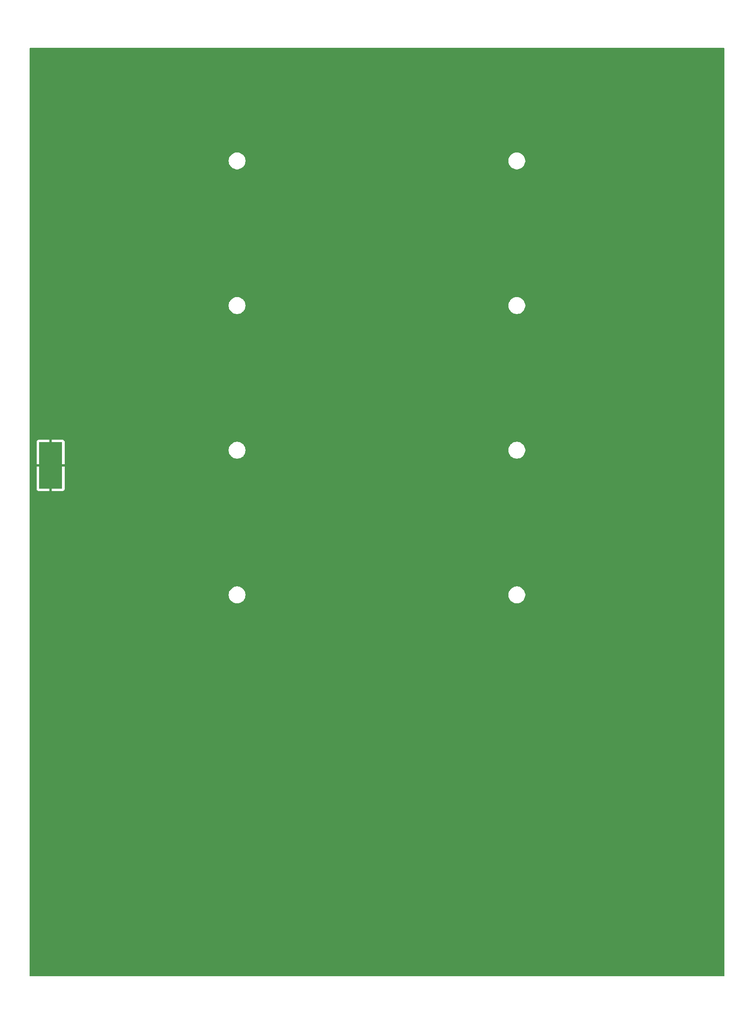
<source format=gbl>
%TF.GenerationSoftware,KiCad,Pcbnew,9.0.4*%
%TF.CreationDate,2025-10-03T19:57:29+02:00*%
%TF.ProjectId,DMH_VCEG_PANEL,444d485f-5643-4454-975f-50414e454c2e,rev?*%
%TF.SameCoordinates,Original*%
%TF.FileFunction,Copper,L2,Bot*%
%TF.FilePolarity,Positive*%
%FSLAX46Y46*%
G04 Gerber Fmt 4.6, Leading zero omitted, Abs format (unit mm)*
G04 Created by KiCad (PCBNEW 9.0.4) date 2025-10-03 19:57:29*
%MOMM*%
%LPD*%
G01*
G04 APERTURE LIST*
%TA.AperFunction,ConnectorPad*%
%ADD10C,12.000000*%
%TD*%
%TA.AperFunction,ComponentPad*%
%ADD11O,2.500000X1.500000*%
%TD*%
%TA.AperFunction,ComponentPad*%
%ADD12C,4.000000*%
%TD*%
%TA.AperFunction,ComponentPad*%
%ADD13C,0.500000*%
%TD*%
%TA.AperFunction,ComponentPad*%
%ADD14C,2.900000*%
%TD*%
%TA.AperFunction,ComponentPad*%
%ADD15C,13.000000*%
%TD*%
%TA.AperFunction,SMDPad,CuDef*%
%ADD16R,5.000000X10.000000*%
%TD*%
G04 APERTURE END LIST*
D10*
%TO.P,H47,1,1*%
%TO.N,GND*%
X150000000Y-88250000D03*
D11*
X150000000Y-94250000D03*
%TD*%
D10*
%TO.P,H9,1,1*%
%TO.N,GND*%
X87500000Y-54750000D03*
%TD*%
D12*
%TO.P,H54,1,1*%
%TO.N,GND*%
X128500000Y-226500000D03*
%TD*%
D13*
%TO.P,H35,1,1*%
%TO.N,GND*%
X111300000Y-208750000D03*
X112960000Y-204720000D03*
X112970000Y-212790000D03*
X117000000Y-203050000D03*
D10*
X117000000Y-208750000D03*
D13*
X117000000Y-214450000D03*
X121030000Y-212790000D03*
X121040000Y-204720000D03*
X122700000Y-208750000D03*
%TD*%
D12*
%TO.P,H3,1,1*%
%TO.N,GND*%
X28500000Y-226500000D03*
%TD*%
D10*
%TO.P,H12,1,1*%
%TO.N,GND*%
X87500000Y-140250000D03*
%TD*%
%TO.P,H10,1,1*%
%TO.N,GND*%
X87500000Y-83250000D03*
%TD*%
D12*
%TO.P,H52,1,1*%
%TO.N,GND*%
X128500000Y-33500000D03*
%TD*%
%TO.P,H51,1,1*%
%TO.N,GND*%
X71500000Y-33500000D03*
%TD*%
D10*
%TO.P,H8,1,1*%
%TO.N,GND*%
X50000000Y-155250000D03*
D11*
X50000000Y-161250000D03*
%TD*%
D10*
%TO.P,H41,1,1*%
%TO.N,GND*%
X112500000Y-111750000D03*
%TD*%
D13*
%TO.P,H15,1,1*%
%TO.N,GND*%
X27800000Y-190250000D03*
X29460000Y-186220000D03*
X29470000Y-194290000D03*
X33500000Y-184550000D03*
D10*
X33500000Y-190250000D03*
D13*
X33500000Y-195950000D03*
X37530000Y-194290000D03*
X37540000Y-186220000D03*
X39200000Y-190250000D03*
%TD*%
D14*
%TO.P,H32,1,1*%
%TO.N,GND*%
X130000000Y-162400000D03*
D15*
X130000000Y-168500000D03*
%TD*%
D10*
%TO.P,H40,1,1*%
%TO.N,GND*%
X112500000Y-83250000D03*
%TD*%
D14*
%TO.P,H14,1,1*%
%TO.N,GND*%
X70000000Y-162400000D03*
D15*
X70000000Y-168500000D03*
%TD*%
D10*
%TO.P,H7,1,1*%
%TO.N,GND*%
X50000000Y-121750000D03*
D11*
X50000000Y-127750000D03*
%TD*%
D13*
%TO.P,H60,1,1*%
%TO.N,GND*%
X60800000Y-208750000D03*
X62460000Y-204720000D03*
X62470000Y-212790000D03*
X66500000Y-203050000D03*
D10*
X66500000Y-208750000D03*
D13*
X66500000Y-214450000D03*
X70530000Y-212790000D03*
X70540000Y-204720000D03*
X72200000Y-208750000D03*
%TD*%
%TO.P,H34,1,1*%
%TO.N,GND*%
X144300000Y-190250000D03*
X145960000Y-186220000D03*
X145970000Y-194290000D03*
X150000000Y-184550000D03*
D10*
X150000000Y-190250000D03*
D13*
X150000000Y-195950000D03*
X154030000Y-194290000D03*
X154040000Y-186220000D03*
X155700000Y-190250000D03*
%TD*%
%TO.P,H37,1,1*%
%TO.N,GND*%
X127800000Y-190250000D03*
X129460000Y-186220000D03*
X129470000Y-194290000D03*
X133500000Y-184550000D03*
D10*
X133500000Y-190250000D03*
D13*
X133500000Y-195950000D03*
X137530000Y-194290000D03*
X137540000Y-186220000D03*
X139200000Y-190250000D03*
%TD*%
D10*
%TO.P,H48,1,1*%
%TO.N,GND*%
X150000000Y-121750000D03*
D11*
X150000000Y-127750000D03*
%TD*%
D13*
%TO.P,H62,1,1*%
%TO.N,GND*%
X144300000Y-208750000D03*
X145960000Y-204720000D03*
X145970000Y-212790000D03*
X150000000Y-203050000D03*
D10*
X150000000Y-208750000D03*
D13*
X150000000Y-214450000D03*
X154030000Y-212790000D03*
X154040000Y-204720000D03*
X155700000Y-208750000D03*
%TD*%
%TO.P,H44,1,1*%
%TO.N,GND*%
X111300000Y-190250000D03*
X112960000Y-186220000D03*
X112970000Y-194290000D03*
X117000000Y-184550000D03*
D10*
X117000000Y-190250000D03*
D13*
X117000000Y-195950000D03*
X121030000Y-194290000D03*
X121040000Y-186220000D03*
X122700000Y-190250000D03*
%TD*%
D14*
%TO.P,H31,1,1*%
%TO.N,GND*%
X115000000Y-162400000D03*
D15*
X115000000Y-168500000D03*
%TD*%
D13*
%TO.P,H23,1,1*%
%TO.N,GND*%
X94300000Y-190250000D03*
X95960000Y-186220000D03*
X95970000Y-194290000D03*
X100000000Y-184550000D03*
D10*
X100000000Y-190250000D03*
D13*
X100000000Y-195950000D03*
X104030000Y-194290000D03*
X104040000Y-186220000D03*
X105700000Y-190250000D03*
%TD*%
D10*
%TO.P,H49,1,1*%
%TO.N,GND*%
X150000000Y-155250000D03*
D11*
X150000000Y-161250000D03*
%TD*%
D10*
%TO.P,H11,1,1*%
%TO.N,GND*%
X87500000Y-111750000D03*
%TD*%
D13*
%TO.P,H38,1,1*%
%TO.N,GND*%
X160800000Y-208750000D03*
X162460000Y-204720000D03*
X162470000Y-212790000D03*
X166500000Y-203050000D03*
D10*
X166500000Y-208750000D03*
D13*
X166500000Y-214450000D03*
X170530000Y-212790000D03*
X170540000Y-204720000D03*
X172200000Y-208750000D03*
%TD*%
D10*
%TO.P,H46,1,1*%
%TO.N,GND*%
X150000000Y-54750000D03*
D11*
X150000000Y-60750000D03*
%TD*%
D12*
%TO.P,H53,1,1*%
%TO.N,GND*%
X71500000Y-226500000D03*
%TD*%
D13*
%TO.P,H29,1,1*%
%TO.N,GND*%
X160800000Y-190250000D03*
X162460000Y-186220000D03*
X162470000Y-194290000D03*
X166500000Y-184550000D03*
D10*
X166500000Y-190250000D03*
D13*
X166500000Y-195950000D03*
X170530000Y-194290000D03*
X170540000Y-186220000D03*
X172200000Y-190250000D03*
%TD*%
D10*
%TO.P,H6,1,1*%
%TO.N,GND*%
X50000000Y-88250000D03*
D11*
X50000000Y-94250000D03*
%TD*%
D13*
%TO.P,H17,1,1*%
%TO.N,GND*%
X60800000Y-190250000D03*
X62460000Y-186220000D03*
X62470000Y-194290000D03*
X66500000Y-184550000D03*
D10*
X66500000Y-190250000D03*
D13*
X66500000Y-195950000D03*
X70530000Y-194290000D03*
X70540000Y-186220000D03*
X72200000Y-190250000D03*
%TD*%
%TO.P,H18,1,1*%
%TO.N,GND*%
X77300000Y-190250000D03*
X78960000Y-186220000D03*
X78970000Y-194290000D03*
X83000000Y-184550000D03*
D10*
X83000000Y-190250000D03*
D13*
X83000000Y-195950000D03*
X87030000Y-194290000D03*
X87040000Y-186220000D03*
X88700000Y-190250000D03*
%TD*%
%TO.P,H30,1,1*%
%TO.N,GND*%
X160800000Y-171750000D03*
X162460000Y-167720000D03*
X162470000Y-175790000D03*
X166500000Y-166050000D03*
D10*
X166500000Y-171750000D03*
D13*
X166500000Y-177450000D03*
X170530000Y-175790000D03*
X170540000Y-167720000D03*
X172200000Y-171750000D03*
%TD*%
D12*
%TO.P,H2,1,1*%
%TO.N,GND*%
X171500000Y-33500000D03*
%TD*%
%TO.P,H4,1,1*%
%TO.N,GND*%
X171500000Y-226500000D03*
%TD*%
D13*
%TO.P,H16,1,1*%
%TO.N,GND*%
X44300000Y-190250000D03*
X45960000Y-186220000D03*
X45970000Y-194290000D03*
X50000000Y-184550000D03*
D10*
X50000000Y-190250000D03*
D13*
X50000000Y-195950000D03*
X54030000Y-194290000D03*
X54040000Y-186220000D03*
X55700000Y-190250000D03*
%TD*%
%TO.P,H19,1,1*%
%TO.N,GND*%
X27800000Y-171750000D03*
X29460000Y-167720000D03*
X29470000Y-175790000D03*
X33500000Y-166050000D03*
D10*
X33500000Y-171750000D03*
D13*
X33500000Y-177450000D03*
X37530000Y-175790000D03*
X37540000Y-167720000D03*
X39200000Y-171750000D03*
%TD*%
D10*
%TO.P,H42,1,1*%
%TO.N,GND*%
X112500000Y-140250000D03*
%TD*%
D13*
%TO.P,H61,1,1*%
%TO.N,GND*%
X127800000Y-208750000D03*
X129460000Y-204720000D03*
X129470000Y-212790000D03*
X133500000Y-203050000D03*
D10*
X133500000Y-208750000D03*
D13*
X133500000Y-214450000D03*
X137530000Y-212790000D03*
X137540000Y-204720000D03*
X139200000Y-208750000D03*
%TD*%
D12*
%TO.P,H1,1,1*%
%TO.N,GND*%
X28500000Y-33500000D03*
%TD*%
D14*
%TO.P,H13,1,1*%
%TO.N,GND*%
X85000000Y-162400000D03*
D15*
X85000000Y-168500000D03*
%TD*%
D13*
%TO.P,H50,1,1*%
%TO.N,GND*%
X94300000Y-208750000D03*
X95960000Y-204720000D03*
X95970000Y-212790000D03*
X100000000Y-203050000D03*
D10*
X100000000Y-208750000D03*
D13*
X100000000Y-214450000D03*
X104030000Y-212790000D03*
X104040000Y-204720000D03*
X105700000Y-208750000D03*
%TD*%
D14*
%TO.P,H45,1,1*%
%TO.N,GND*%
X100000000Y-162400000D03*
D15*
X100000000Y-168500000D03*
%TD*%
D13*
%TO.P,H20,1,1*%
%TO.N,GND*%
X77300000Y-208750000D03*
X78960000Y-204720000D03*
X78970000Y-212790000D03*
X83000000Y-203050000D03*
D10*
X83000000Y-208750000D03*
D13*
X83000000Y-214450000D03*
X87030000Y-212790000D03*
X87040000Y-204720000D03*
X88700000Y-208750000D03*
%TD*%
D10*
%TO.P,H39,1,1*%
%TO.N,GND*%
X112500000Y-54750000D03*
%TD*%
D13*
%TO.P,H59,1,1*%
%TO.N,GND*%
X44300000Y-208750000D03*
X45960000Y-204720000D03*
X45970000Y-212790000D03*
X50000000Y-203050000D03*
D10*
X50000000Y-208750000D03*
D13*
X50000000Y-214450000D03*
X54030000Y-212790000D03*
X54040000Y-204720000D03*
X55700000Y-208750000D03*
%TD*%
D10*
%TO.P,H5,1,1*%
%TO.N,GND*%
X50000000Y-54750000D03*
D11*
X50000000Y-60750000D03*
%TD*%
D13*
%TO.P,H21,1,1*%
%TO.N,GND*%
X27800000Y-208750000D03*
X29460000Y-204720000D03*
X29470000Y-212790000D03*
X33500000Y-203050000D03*
D10*
X33500000Y-208750000D03*
D13*
X33500000Y-214450000D03*
X37530000Y-212790000D03*
X37540000Y-204720000D03*
X39200000Y-208750000D03*
%TD*%
D16*
%TO.P,J0,1,Pin_1*%
%TO.N,GND*%
X30000000Y-120000000D03*
%TD*%
%TA.AperFunction,Conductor*%
%TO.N,GND*%
G36*
X174442539Y-30520185D02*
G01*
X174488294Y-30572989D01*
X174499500Y-30624500D01*
X174499500Y-229375500D01*
X174479815Y-229442539D01*
X174427011Y-229488294D01*
X174375500Y-229499500D01*
X25624500Y-229499500D01*
X25557461Y-229479815D01*
X25511706Y-229427011D01*
X25500500Y-229375500D01*
X25500500Y-208537814D01*
X28099500Y-208537814D01*
X28099500Y-208558097D01*
X28099500Y-208962186D01*
X28132796Y-209385250D01*
X28199182Y-209804398D01*
X28298250Y-210217045D01*
X28298254Y-210217056D01*
X28429385Y-210620641D01*
X28496000Y-210781463D01*
X28591789Y-211012716D01*
X28784450Y-211390835D01*
X28784457Y-211390848D01*
X28784460Y-211390853D01*
X28807375Y-211428246D01*
X29006184Y-211752672D01*
X29006192Y-211752683D01*
X29006198Y-211752692D01*
X29255617Y-212095989D01*
X29255627Y-212096003D01*
X29378919Y-212240358D01*
X29531231Y-212418692D01*
X29831308Y-212718769D01*
X29831314Y-212718774D01*
X30153996Y-212994372D01*
X30154010Y-212994382D01*
X30361749Y-213145313D01*
X30497328Y-213243816D01*
X30625685Y-213322473D01*
X30859146Y-213465539D01*
X30859151Y-213465542D01*
X30859156Y-213465544D01*
X30859165Y-213465550D01*
X31237284Y-213658211D01*
X31629353Y-213820612D01*
X31629358Y-213820614D01*
X31731979Y-213853957D01*
X32032955Y-213951750D01*
X32445602Y-214050818D01*
X32864750Y-214117204D01*
X33287814Y-214150500D01*
X33287822Y-214150500D01*
X33712178Y-214150500D01*
X33712186Y-214150500D01*
X34135250Y-214117204D01*
X34554398Y-214050818D01*
X34967045Y-213951750D01*
X35370647Y-213820612D01*
X35762716Y-213658211D01*
X36140835Y-213465550D01*
X36502672Y-213243816D01*
X36845997Y-212994377D01*
X37168692Y-212718769D01*
X37468769Y-212418692D01*
X37744377Y-212095997D01*
X37993816Y-211752672D01*
X38215550Y-211390835D01*
X38408211Y-211012716D01*
X38570612Y-210620647D01*
X38701750Y-210217045D01*
X38800818Y-209804398D01*
X38867204Y-209385250D01*
X38900500Y-208962186D01*
X38900500Y-208537814D01*
X44599500Y-208537814D01*
X44599500Y-208558097D01*
X44599500Y-208962186D01*
X44632796Y-209385250D01*
X44699182Y-209804398D01*
X44798250Y-210217045D01*
X44798254Y-210217056D01*
X44929385Y-210620641D01*
X44996000Y-210781463D01*
X45091789Y-211012716D01*
X45284450Y-211390835D01*
X45284457Y-211390848D01*
X45284460Y-211390853D01*
X45307375Y-211428246D01*
X45506184Y-211752672D01*
X45506192Y-211752683D01*
X45506198Y-211752692D01*
X45755617Y-212095989D01*
X45755627Y-212096003D01*
X45878919Y-212240358D01*
X46031231Y-212418692D01*
X46331308Y-212718769D01*
X46331314Y-212718774D01*
X46653996Y-212994372D01*
X46654010Y-212994382D01*
X46861749Y-213145313D01*
X46997328Y-213243816D01*
X47125685Y-213322473D01*
X47359146Y-213465539D01*
X47359151Y-213465542D01*
X47359156Y-213465544D01*
X47359165Y-213465550D01*
X47737284Y-213658211D01*
X48129353Y-213820612D01*
X48129358Y-213820614D01*
X48231979Y-213853957D01*
X48532955Y-213951750D01*
X48945602Y-214050818D01*
X49364750Y-214117204D01*
X49787814Y-214150500D01*
X49787822Y-214150500D01*
X50212178Y-214150500D01*
X50212186Y-214150500D01*
X50635250Y-214117204D01*
X51054398Y-214050818D01*
X51467045Y-213951750D01*
X51870647Y-213820612D01*
X52262716Y-213658211D01*
X52640835Y-213465550D01*
X53002672Y-213243816D01*
X53345997Y-212994377D01*
X53668692Y-212718769D01*
X53968769Y-212418692D01*
X54244377Y-212095997D01*
X54493816Y-211752672D01*
X54715550Y-211390835D01*
X54908211Y-211012716D01*
X55070612Y-210620647D01*
X55201750Y-210217045D01*
X55300818Y-209804398D01*
X55367204Y-209385250D01*
X55400500Y-208962186D01*
X55400500Y-208537814D01*
X61099500Y-208537814D01*
X61099500Y-208558097D01*
X61099500Y-208962186D01*
X61132796Y-209385250D01*
X61199182Y-209804398D01*
X61298250Y-210217045D01*
X61298254Y-210217056D01*
X61429385Y-210620641D01*
X61496000Y-210781463D01*
X61591789Y-211012716D01*
X61784450Y-211390835D01*
X61784457Y-211390848D01*
X61784460Y-211390853D01*
X61807375Y-211428246D01*
X62006184Y-211752672D01*
X62006192Y-211752683D01*
X62006198Y-211752692D01*
X62255617Y-212095989D01*
X62255627Y-212096003D01*
X62378919Y-212240358D01*
X62531231Y-212418692D01*
X62831308Y-212718769D01*
X62831314Y-212718774D01*
X63153996Y-212994372D01*
X63154010Y-212994382D01*
X63361749Y-213145313D01*
X63497328Y-213243816D01*
X63625685Y-213322473D01*
X63859146Y-213465539D01*
X63859151Y-213465542D01*
X63859156Y-213465544D01*
X63859165Y-213465550D01*
X64237284Y-213658211D01*
X64629353Y-213820612D01*
X64629358Y-213820614D01*
X64731979Y-213853957D01*
X65032955Y-213951750D01*
X65445602Y-214050818D01*
X65864750Y-214117204D01*
X66287814Y-214150500D01*
X66287822Y-214150500D01*
X66712178Y-214150500D01*
X66712186Y-214150500D01*
X67135250Y-214117204D01*
X67554398Y-214050818D01*
X67967045Y-213951750D01*
X68370647Y-213820612D01*
X68762716Y-213658211D01*
X69140835Y-213465550D01*
X69502672Y-213243816D01*
X69845997Y-212994377D01*
X70168692Y-212718769D01*
X70468769Y-212418692D01*
X70744377Y-212095997D01*
X70993816Y-211752672D01*
X71215550Y-211390835D01*
X71408211Y-211012716D01*
X71570612Y-210620647D01*
X71701750Y-210217045D01*
X71800818Y-209804398D01*
X71867204Y-209385250D01*
X71900500Y-208962186D01*
X71900500Y-208537814D01*
X77599500Y-208537814D01*
X77599500Y-208558097D01*
X77599500Y-208962186D01*
X77632796Y-209385250D01*
X77699182Y-209804398D01*
X77798250Y-210217045D01*
X77798254Y-210217056D01*
X77929385Y-210620641D01*
X77996000Y-210781463D01*
X78091789Y-211012716D01*
X78284450Y-211390835D01*
X78284457Y-211390848D01*
X78284460Y-211390853D01*
X78307375Y-211428246D01*
X78506184Y-211752672D01*
X78506192Y-211752683D01*
X78506198Y-211752692D01*
X78755617Y-212095989D01*
X78755627Y-212096003D01*
X78878919Y-212240358D01*
X79031231Y-212418692D01*
X79331308Y-212718769D01*
X79331314Y-212718774D01*
X79653996Y-212994372D01*
X79654010Y-212994382D01*
X79861749Y-213145313D01*
X79997328Y-213243816D01*
X80125685Y-213322473D01*
X80359146Y-213465539D01*
X80359151Y-213465542D01*
X80359156Y-213465544D01*
X80359165Y-213465550D01*
X80737284Y-213658211D01*
X81129353Y-213820612D01*
X81129358Y-213820614D01*
X81231979Y-213853957D01*
X81532955Y-213951750D01*
X81945602Y-214050818D01*
X82364750Y-214117204D01*
X82787814Y-214150500D01*
X82787822Y-214150500D01*
X83212178Y-214150500D01*
X83212186Y-214150500D01*
X83635250Y-214117204D01*
X84054398Y-214050818D01*
X84467045Y-213951750D01*
X84870647Y-213820612D01*
X85262716Y-213658211D01*
X85640835Y-213465550D01*
X86002672Y-213243816D01*
X86345997Y-212994377D01*
X86668692Y-212718769D01*
X86968769Y-212418692D01*
X87244377Y-212095997D01*
X87493816Y-211752672D01*
X87715550Y-211390835D01*
X87908211Y-211012716D01*
X88070612Y-210620647D01*
X88201750Y-210217045D01*
X88300818Y-209804398D01*
X88367204Y-209385250D01*
X88400500Y-208962186D01*
X88400500Y-208537814D01*
X94599500Y-208537814D01*
X94599500Y-208558097D01*
X94599500Y-208962186D01*
X94632796Y-209385250D01*
X94699182Y-209804398D01*
X94798250Y-210217045D01*
X94798254Y-210217056D01*
X94929385Y-210620641D01*
X94996000Y-210781463D01*
X95091789Y-211012716D01*
X95284450Y-211390835D01*
X95284457Y-211390848D01*
X95284460Y-211390853D01*
X95307375Y-211428246D01*
X95506184Y-211752672D01*
X95506192Y-211752683D01*
X95506198Y-211752692D01*
X95755617Y-212095989D01*
X95755627Y-212096003D01*
X95878919Y-212240358D01*
X96031231Y-212418692D01*
X96331308Y-212718769D01*
X96331314Y-212718774D01*
X96653996Y-212994372D01*
X96654010Y-212994382D01*
X96861749Y-213145313D01*
X96997328Y-213243816D01*
X97125685Y-213322473D01*
X97359146Y-213465539D01*
X97359151Y-213465542D01*
X97359156Y-213465544D01*
X97359165Y-213465550D01*
X97737284Y-213658211D01*
X98129353Y-213820612D01*
X98129358Y-213820614D01*
X98231979Y-213853957D01*
X98532955Y-213951750D01*
X98945602Y-214050818D01*
X99364750Y-214117204D01*
X99787814Y-214150500D01*
X99787822Y-214150500D01*
X100212178Y-214150500D01*
X100212186Y-214150500D01*
X100635250Y-214117204D01*
X101054398Y-214050818D01*
X101467045Y-213951750D01*
X101870647Y-213820612D01*
X102262716Y-213658211D01*
X102640835Y-213465550D01*
X103002672Y-213243816D01*
X103345997Y-212994377D01*
X103668692Y-212718769D01*
X103968769Y-212418692D01*
X104244377Y-212095997D01*
X104493816Y-211752672D01*
X104715550Y-211390835D01*
X104908211Y-211012716D01*
X105070612Y-210620647D01*
X105201750Y-210217045D01*
X105300818Y-209804398D01*
X105367204Y-209385250D01*
X105400500Y-208962186D01*
X105400500Y-208537814D01*
X111599500Y-208537814D01*
X111599500Y-208558097D01*
X111599500Y-208962186D01*
X111632796Y-209385250D01*
X111699182Y-209804398D01*
X111798250Y-210217045D01*
X111798254Y-210217056D01*
X111929385Y-210620641D01*
X111996000Y-210781463D01*
X112091789Y-211012716D01*
X112284450Y-211390835D01*
X112284457Y-211390848D01*
X112284460Y-211390853D01*
X112307375Y-211428246D01*
X112506184Y-211752672D01*
X112506192Y-211752683D01*
X112506198Y-211752692D01*
X112755617Y-212095989D01*
X112755627Y-212096003D01*
X112878919Y-212240358D01*
X113031231Y-212418692D01*
X113331308Y-212718769D01*
X113331314Y-212718774D01*
X113653996Y-212994372D01*
X113654010Y-212994382D01*
X113861749Y-213145313D01*
X113997328Y-213243816D01*
X114125685Y-213322473D01*
X114359146Y-213465539D01*
X114359151Y-213465542D01*
X114359156Y-213465544D01*
X114359165Y-213465550D01*
X114737284Y-213658211D01*
X115129353Y-213820612D01*
X115129358Y-213820614D01*
X115231979Y-213853957D01*
X115532955Y-213951750D01*
X115945602Y-214050818D01*
X116364750Y-214117204D01*
X116787814Y-214150500D01*
X116787822Y-214150500D01*
X117212178Y-214150500D01*
X117212186Y-214150500D01*
X117635250Y-214117204D01*
X118054398Y-214050818D01*
X118467045Y-213951750D01*
X118870647Y-213820612D01*
X119262716Y-213658211D01*
X119640835Y-213465550D01*
X120002672Y-213243816D01*
X120345997Y-212994377D01*
X120668692Y-212718769D01*
X120968769Y-212418692D01*
X121244377Y-212095997D01*
X121493816Y-211752672D01*
X121715550Y-211390835D01*
X121908211Y-211012716D01*
X122070612Y-210620647D01*
X122201750Y-210217045D01*
X122300818Y-209804398D01*
X122367204Y-209385250D01*
X122400500Y-208962186D01*
X122400500Y-208537814D01*
X128099500Y-208537814D01*
X128099500Y-208558097D01*
X128099500Y-208962186D01*
X128132796Y-209385250D01*
X128199182Y-209804398D01*
X128298250Y-210217045D01*
X128298254Y-210217056D01*
X128429385Y-210620641D01*
X128496000Y-210781463D01*
X128591789Y-211012716D01*
X128784450Y-211390835D01*
X128784457Y-211390848D01*
X128784460Y-211390853D01*
X128807375Y-211428246D01*
X129006184Y-211752672D01*
X129006192Y-211752683D01*
X129006198Y-211752692D01*
X129255617Y-212095989D01*
X129255627Y-212096003D01*
X129378919Y-212240358D01*
X129531231Y-212418692D01*
X129831308Y-212718769D01*
X129831314Y-212718774D01*
X130153996Y-212994372D01*
X130154010Y-212994382D01*
X130361749Y-213145313D01*
X130497328Y-213243816D01*
X130625685Y-213322473D01*
X130859146Y-213465539D01*
X130859151Y-213465542D01*
X130859156Y-213465544D01*
X130859165Y-213465550D01*
X131237284Y-213658211D01*
X131629353Y-213820612D01*
X131629358Y-213820614D01*
X131731979Y-213853957D01*
X132032955Y-213951750D01*
X132445602Y-214050818D01*
X132864750Y-214117204D01*
X133287814Y-214150500D01*
X133287822Y-214150500D01*
X133712178Y-214150500D01*
X133712186Y-214150500D01*
X134135250Y-214117204D01*
X134554398Y-214050818D01*
X134967045Y-213951750D01*
X135370647Y-213820612D01*
X135762716Y-213658211D01*
X136140835Y-213465550D01*
X136502672Y-213243816D01*
X136845997Y-212994377D01*
X137168692Y-212718769D01*
X137468769Y-212418692D01*
X137744377Y-212095997D01*
X137993816Y-211752672D01*
X138215550Y-211390835D01*
X138408211Y-211012716D01*
X138570612Y-210620647D01*
X138701750Y-210217045D01*
X138800818Y-209804398D01*
X138867204Y-209385250D01*
X138900500Y-208962186D01*
X138900500Y-208537814D01*
X144599500Y-208537814D01*
X144599500Y-208558097D01*
X144599500Y-208962186D01*
X144632796Y-209385250D01*
X144699182Y-209804398D01*
X144798250Y-210217045D01*
X144798254Y-210217056D01*
X144929385Y-210620641D01*
X144996000Y-210781463D01*
X145091789Y-211012716D01*
X145284450Y-211390835D01*
X145284457Y-211390848D01*
X145284460Y-211390853D01*
X145307375Y-211428246D01*
X145506184Y-211752672D01*
X145506192Y-211752683D01*
X145506198Y-211752692D01*
X145755617Y-212095989D01*
X145755627Y-212096003D01*
X145878919Y-212240358D01*
X146031231Y-212418692D01*
X146331308Y-212718769D01*
X146331314Y-212718774D01*
X146653996Y-212994372D01*
X146654010Y-212994382D01*
X146861749Y-213145313D01*
X146997328Y-213243816D01*
X147125685Y-213322473D01*
X147359146Y-213465539D01*
X147359151Y-213465542D01*
X147359156Y-213465544D01*
X147359165Y-213465550D01*
X147737284Y-213658211D01*
X148129353Y-213820612D01*
X148129358Y-213820614D01*
X148231979Y-213853957D01*
X148532955Y-213951750D01*
X148945602Y-214050818D01*
X149364750Y-214117204D01*
X149787814Y-214150500D01*
X149787822Y-214150500D01*
X150212178Y-214150500D01*
X150212186Y-214150500D01*
X150635250Y-214117204D01*
X151054398Y-214050818D01*
X151467045Y-213951750D01*
X151870647Y-213820612D01*
X152262716Y-213658211D01*
X152640835Y-213465550D01*
X153002672Y-213243816D01*
X153345997Y-212994377D01*
X153668692Y-212718769D01*
X153968769Y-212418692D01*
X154244377Y-212095997D01*
X154493816Y-211752672D01*
X154715550Y-211390835D01*
X154908211Y-211012716D01*
X155070612Y-210620647D01*
X155201750Y-210217045D01*
X155300818Y-209804398D01*
X155367204Y-209385250D01*
X155400500Y-208962186D01*
X155400500Y-208537814D01*
X161099500Y-208537814D01*
X161099500Y-208558097D01*
X161099500Y-208962186D01*
X161132796Y-209385250D01*
X161199182Y-209804398D01*
X161298250Y-210217045D01*
X161298254Y-210217056D01*
X161429385Y-210620641D01*
X161496000Y-210781463D01*
X161591789Y-211012716D01*
X161784450Y-211390835D01*
X161784457Y-211390848D01*
X161784460Y-211390853D01*
X161807375Y-211428246D01*
X162006184Y-211752672D01*
X162006192Y-211752683D01*
X162006198Y-211752692D01*
X162255617Y-212095989D01*
X162255627Y-212096003D01*
X162378919Y-212240358D01*
X162531231Y-212418692D01*
X162831308Y-212718769D01*
X162831314Y-212718774D01*
X163153996Y-212994372D01*
X163154010Y-212994382D01*
X163361749Y-213145313D01*
X163497328Y-213243816D01*
X163625685Y-213322473D01*
X163859146Y-213465539D01*
X163859151Y-213465542D01*
X163859156Y-213465544D01*
X163859165Y-213465550D01*
X164237284Y-213658211D01*
X164629353Y-213820612D01*
X164629358Y-213820614D01*
X164731979Y-213853957D01*
X165032955Y-213951750D01*
X165445602Y-214050818D01*
X165864750Y-214117204D01*
X166287814Y-214150500D01*
X166287822Y-214150500D01*
X166712178Y-214150500D01*
X166712186Y-214150500D01*
X167135250Y-214117204D01*
X167554398Y-214050818D01*
X167967045Y-213951750D01*
X168370647Y-213820612D01*
X168762716Y-213658211D01*
X169140835Y-213465550D01*
X169502672Y-213243816D01*
X169845997Y-212994377D01*
X170168692Y-212718769D01*
X170468769Y-212418692D01*
X170744377Y-212095997D01*
X170993816Y-211752672D01*
X171215550Y-211390835D01*
X171408211Y-211012716D01*
X171570612Y-210620647D01*
X171701750Y-210217045D01*
X171800818Y-209804398D01*
X171867204Y-209385250D01*
X171900500Y-208962186D01*
X171900500Y-208537814D01*
X171867204Y-208114750D01*
X171800818Y-207695602D01*
X171701750Y-207282955D01*
X171570612Y-206879353D01*
X171408211Y-206487284D01*
X171215550Y-206109165D01*
X171215544Y-206109156D01*
X171215542Y-206109151D01*
X171215539Y-206109146D01*
X170993823Y-205747340D01*
X170993816Y-205747328D01*
X170744377Y-205404003D01*
X170744372Y-205403996D01*
X170468774Y-205081314D01*
X170468769Y-205081308D01*
X170168692Y-204781231D01*
X170168685Y-204781225D01*
X169846003Y-204505627D01*
X169845989Y-204505617D01*
X169502692Y-204256198D01*
X169502683Y-204256192D01*
X169502672Y-204256184D01*
X169502659Y-204256176D01*
X169140853Y-204034460D01*
X169140848Y-204034457D01*
X169140838Y-204034452D01*
X169140835Y-204034450D01*
X168762716Y-203841789D01*
X168762702Y-203841783D01*
X168370641Y-203679385D01*
X168083478Y-203586081D01*
X167967045Y-203548250D01*
X167554398Y-203449182D01*
X167135250Y-203382796D01*
X166712191Y-203349500D01*
X166712186Y-203349500D01*
X166287814Y-203349500D01*
X166287808Y-203349500D01*
X165864749Y-203382796D01*
X165864748Y-203382796D01*
X165445607Y-203449181D01*
X165445604Y-203449181D01*
X165445602Y-203449182D01*
X165297817Y-203484661D01*
X165032966Y-203548247D01*
X165032960Y-203548248D01*
X165032955Y-203548250D01*
X165032943Y-203548254D01*
X164629358Y-203679385D01*
X164237297Y-203841783D01*
X164237284Y-203841789D01*
X163859151Y-204034457D01*
X163859146Y-204034460D01*
X163497340Y-204256176D01*
X163497307Y-204256198D01*
X163154010Y-204505617D01*
X163153996Y-204505627D01*
X162831314Y-204781225D01*
X162831300Y-204781238D01*
X162531238Y-205081300D01*
X162531225Y-205081314D01*
X162255627Y-205403996D01*
X162255617Y-205404010D01*
X162006198Y-205747307D01*
X162006176Y-205747340D01*
X161784460Y-206109146D01*
X161784457Y-206109151D01*
X161591789Y-206487284D01*
X161591783Y-206487297D01*
X161429385Y-206879358D01*
X161298254Y-207282943D01*
X161298247Y-207282966D01*
X161199181Y-207695607D01*
X161183000Y-207797774D01*
X161132796Y-208114750D01*
X161099500Y-208537814D01*
X155400500Y-208537814D01*
X155367204Y-208114750D01*
X155300818Y-207695602D01*
X155201750Y-207282955D01*
X155070612Y-206879353D01*
X154908211Y-206487284D01*
X154715550Y-206109165D01*
X154715544Y-206109156D01*
X154715542Y-206109151D01*
X154715539Y-206109146D01*
X154493823Y-205747340D01*
X154493816Y-205747328D01*
X154244377Y-205404003D01*
X154244372Y-205403996D01*
X153968774Y-205081314D01*
X153968769Y-205081308D01*
X153668692Y-204781231D01*
X153668685Y-204781225D01*
X153346003Y-204505627D01*
X153345989Y-204505617D01*
X153002692Y-204256198D01*
X153002683Y-204256192D01*
X153002672Y-204256184D01*
X153002659Y-204256176D01*
X152640853Y-204034460D01*
X152640848Y-204034457D01*
X152640838Y-204034452D01*
X152640835Y-204034450D01*
X152262716Y-203841789D01*
X152262702Y-203841783D01*
X151870641Y-203679385D01*
X151583478Y-203586081D01*
X151467045Y-203548250D01*
X151054398Y-203449182D01*
X150635250Y-203382796D01*
X150212191Y-203349500D01*
X150212186Y-203349500D01*
X149787814Y-203349500D01*
X149787808Y-203349500D01*
X149364749Y-203382796D01*
X149364748Y-203382796D01*
X148945607Y-203449181D01*
X148945604Y-203449181D01*
X148945602Y-203449182D01*
X148797817Y-203484661D01*
X148532966Y-203548247D01*
X148532960Y-203548248D01*
X148532955Y-203548250D01*
X148532943Y-203548254D01*
X148129358Y-203679385D01*
X147737297Y-203841783D01*
X147737284Y-203841789D01*
X147359151Y-204034457D01*
X147359146Y-204034460D01*
X146997340Y-204256176D01*
X146997307Y-204256198D01*
X146654010Y-204505617D01*
X146653996Y-204505627D01*
X146331314Y-204781225D01*
X146331300Y-204781238D01*
X146031238Y-205081300D01*
X146031225Y-205081314D01*
X145755627Y-205403996D01*
X145755617Y-205404010D01*
X145506198Y-205747307D01*
X145506176Y-205747340D01*
X145284460Y-206109146D01*
X145284457Y-206109151D01*
X145091789Y-206487284D01*
X145091783Y-206487297D01*
X144929385Y-206879358D01*
X144798254Y-207282943D01*
X144798247Y-207282966D01*
X144699181Y-207695607D01*
X144683000Y-207797774D01*
X144632796Y-208114750D01*
X144599500Y-208537814D01*
X138900500Y-208537814D01*
X138867204Y-208114750D01*
X138800818Y-207695602D01*
X138701750Y-207282955D01*
X138570612Y-206879353D01*
X138408211Y-206487284D01*
X138215550Y-206109165D01*
X138215544Y-206109156D01*
X138215542Y-206109151D01*
X138215539Y-206109146D01*
X137993823Y-205747340D01*
X137993816Y-205747328D01*
X137744377Y-205404003D01*
X137744372Y-205403996D01*
X137468774Y-205081314D01*
X137468769Y-205081308D01*
X137168692Y-204781231D01*
X137168685Y-204781225D01*
X136846003Y-204505627D01*
X136845989Y-204505617D01*
X136502692Y-204256198D01*
X136502683Y-204256192D01*
X136502672Y-204256184D01*
X136502659Y-204256176D01*
X136140853Y-204034460D01*
X136140848Y-204034457D01*
X136140838Y-204034452D01*
X136140835Y-204034450D01*
X135762716Y-203841789D01*
X135762702Y-203841783D01*
X135370641Y-203679385D01*
X135083478Y-203586081D01*
X134967045Y-203548250D01*
X134554398Y-203449182D01*
X134135250Y-203382796D01*
X133712191Y-203349500D01*
X133712186Y-203349500D01*
X133287814Y-203349500D01*
X133287808Y-203349500D01*
X132864749Y-203382796D01*
X132864748Y-203382796D01*
X132445607Y-203449181D01*
X132445604Y-203449181D01*
X132445602Y-203449182D01*
X132297817Y-203484661D01*
X132032966Y-203548247D01*
X132032960Y-203548248D01*
X132032955Y-203548250D01*
X132032943Y-203548254D01*
X131629358Y-203679385D01*
X131237297Y-203841783D01*
X131237284Y-203841789D01*
X130859151Y-204034457D01*
X130859146Y-204034460D01*
X130497340Y-204256176D01*
X130497307Y-204256198D01*
X130154010Y-204505617D01*
X130153996Y-204505627D01*
X129831314Y-204781225D01*
X129831300Y-204781238D01*
X129531238Y-205081300D01*
X129531225Y-205081314D01*
X129255627Y-205403996D01*
X129255617Y-205404010D01*
X129006198Y-205747307D01*
X129006176Y-205747340D01*
X128784460Y-206109146D01*
X128784457Y-206109151D01*
X128591789Y-206487284D01*
X128591783Y-206487297D01*
X128429385Y-206879358D01*
X128298254Y-207282943D01*
X128298247Y-207282966D01*
X128199181Y-207695607D01*
X128183000Y-207797774D01*
X128132796Y-208114750D01*
X128099500Y-208537814D01*
X122400500Y-208537814D01*
X122367204Y-208114750D01*
X122300818Y-207695602D01*
X122201750Y-207282955D01*
X122070612Y-206879353D01*
X121908211Y-206487284D01*
X121715550Y-206109165D01*
X121715544Y-206109156D01*
X121715542Y-206109151D01*
X121715539Y-206109146D01*
X121493823Y-205747340D01*
X121493816Y-205747328D01*
X121244377Y-205404003D01*
X121244372Y-205403996D01*
X120968774Y-205081314D01*
X120968769Y-205081308D01*
X120668692Y-204781231D01*
X120668685Y-204781225D01*
X120346003Y-204505627D01*
X120345989Y-204505617D01*
X120002692Y-204256198D01*
X120002683Y-204256192D01*
X120002672Y-204256184D01*
X120002659Y-204256176D01*
X119640853Y-204034460D01*
X119640848Y-204034457D01*
X119640838Y-204034452D01*
X119640835Y-204034450D01*
X119262716Y-203841789D01*
X119262702Y-203841783D01*
X118870641Y-203679385D01*
X118583478Y-203586081D01*
X118467045Y-203548250D01*
X118054398Y-203449182D01*
X117635250Y-203382796D01*
X117212191Y-203349500D01*
X117212186Y-203349500D01*
X116787814Y-203349500D01*
X116787808Y-203349500D01*
X116364749Y-203382796D01*
X116364748Y-203382796D01*
X115945607Y-203449181D01*
X115945604Y-203449181D01*
X115945602Y-203449182D01*
X115797817Y-203484661D01*
X115532966Y-203548247D01*
X115532960Y-203548248D01*
X115532955Y-203548250D01*
X115532943Y-203548254D01*
X115129358Y-203679385D01*
X114737297Y-203841783D01*
X114737284Y-203841789D01*
X114359151Y-204034457D01*
X114359146Y-204034460D01*
X113997340Y-204256176D01*
X113997307Y-204256198D01*
X113654010Y-204505617D01*
X113653996Y-204505627D01*
X113331314Y-204781225D01*
X113331300Y-204781238D01*
X113031238Y-205081300D01*
X113031225Y-205081314D01*
X112755627Y-205403996D01*
X112755617Y-205404010D01*
X112506198Y-205747307D01*
X112506176Y-205747340D01*
X112284460Y-206109146D01*
X112284457Y-206109151D01*
X112091789Y-206487284D01*
X112091783Y-206487297D01*
X111929385Y-206879358D01*
X111798254Y-207282943D01*
X111798247Y-207282966D01*
X111699181Y-207695607D01*
X111683000Y-207797774D01*
X111632796Y-208114750D01*
X111599500Y-208537814D01*
X105400500Y-208537814D01*
X105367204Y-208114750D01*
X105300818Y-207695602D01*
X105201750Y-207282955D01*
X105070612Y-206879353D01*
X104908211Y-206487284D01*
X104715550Y-206109165D01*
X104715544Y-206109156D01*
X104715542Y-206109151D01*
X104715539Y-206109146D01*
X104493823Y-205747340D01*
X104493816Y-205747328D01*
X104244377Y-205404003D01*
X104244372Y-205403996D01*
X103968774Y-205081314D01*
X103968769Y-205081308D01*
X103668692Y-204781231D01*
X103668685Y-204781225D01*
X103346003Y-204505627D01*
X103345989Y-204505617D01*
X103002692Y-204256198D01*
X103002683Y-204256192D01*
X103002672Y-204256184D01*
X103002659Y-204256176D01*
X102640853Y-204034460D01*
X102640848Y-204034457D01*
X102640838Y-204034452D01*
X102640835Y-204034450D01*
X102262716Y-203841789D01*
X102262702Y-203841783D01*
X101870641Y-203679385D01*
X101583478Y-203586081D01*
X101467045Y-203548250D01*
X101054398Y-203449182D01*
X100635250Y-203382796D01*
X100212191Y-203349500D01*
X100212186Y-203349500D01*
X99787814Y-203349500D01*
X99787808Y-203349500D01*
X99364749Y-203382796D01*
X99364748Y-203382796D01*
X98945607Y-203449181D01*
X98945604Y-203449181D01*
X98945602Y-203449182D01*
X98797817Y-203484661D01*
X98532966Y-203548247D01*
X98532960Y-203548248D01*
X98532955Y-203548250D01*
X98532943Y-203548254D01*
X98129358Y-203679385D01*
X97737297Y-203841783D01*
X97737284Y-203841789D01*
X97359151Y-204034457D01*
X97359146Y-204034460D01*
X96997340Y-204256176D01*
X96997307Y-204256198D01*
X96654010Y-204505617D01*
X96653996Y-204505627D01*
X96331314Y-204781225D01*
X96331300Y-204781238D01*
X96031238Y-205081300D01*
X96031225Y-205081314D01*
X95755627Y-205403996D01*
X95755617Y-205404010D01*
X95506198Y-205747307D01*
X95506176Y-205747340D01*
X95284460Y-206109146D01*
X95284457Y-206109151D01*
X95091789Y-206487284D01*
X95091783Y-206487297D01*
X94929385Y-206879358D01*
X94798254Y-207282943D01*
X94798247Y-207282966D01*
X94699181Y-207695607D01*
X94683000Y-207797774D01*
X94632796Y-208114750D01*
X94599500Y-208537814D01*
X88400500Y-208537814D01*
X88367204Y-208114750D01*
X88300818Y-207695602D01*
X88201750Y-207282955D01*
X88070612Y-206879353D01*
X87908211Y-206487284D01*
X87715550Y-206109165D01*
X87715544Y-206109156D01*
X87715542Y-206109151D01*
X87715539Y-206109146D01*
X87493823Y-205747340D01*
X87493816Y-205747328D01*
X87244377Y-205404003D01*
X87244372Y-205403996D01*
X86968774Y-205081314D01*
X86968769Y-205081308D01*
X86668692Y-204781231D01*
X86668685Y-204781225D01*
X86346003Y-204505627D01*
X86345989Y-204505617D01*
X86002692Y-204256198D01*
X86002683Y-204256192D01*
X86002672Y-204256184D01*
X86002659Y-204256176D01*
X85640853Y-204034460D01*
X85640848Y-204034457D01*
X85640838Y-204034452D01*
X85640835Y-204034450D01*
X85262716Y-203841789D01*
X85262702Y-203841783D01*
X84870641Y-203679385D01*
X84583478Y-203586081D01*
X84467045Y-203548250D01*
X84054398Y-203449182D01*
X83635250Y-203382796D01*
X83212191Y-203349500D01*
X83212186Y-203349500D01*
X82787814Y-203349500D01*
X82787808Y-203349500D01*
X82364749Y-203382796D01*
X82364748Y-203382796D01*
X81945607Y-203449181D01*
X81945604Y-203449181D01*
X81945602Y-203449182D01*
X81797817Y-203484661D01*
X81532966Y-203548247D01*
X81532960Y-203548248D01*
X81532955Y-203548250D01*
X81532943Y-203548254D01*
X81129358Y-203679385D01*
X80737297Y-203841783D01*
X80737284Y-203841789D01*
X80359151Y-204034457D01*
X80359146Y-204034460D01*
X79997340Y-204256176D01*
X79997307Y-204256198D01*
X79654010Y-204505617D01*
X79653996Y-204505627D01*
X79331314Y-204781225D01*
X79331300Y-204781238D01*
X79031238Y-205081300D01*
X79031225Y-205081314D01*
X78755627Y-205403996D01*
X78755617Y-205404010D01*
X78506198Y-205747307D01*
X78506176Y-205747340D01*
X78284460Y-206109146D01*
X78284457Y-206109151D01*
X78091789Y-206487284D01*
X78091783Y-206487297D01*
X77929385Y-206879358D01*
X77798254Y-207282943D01*
X77798247Y-207282966D01*
X77699181Y-207695607D01*
X77683000Y-207797774D01*
X77632796Y-208114750D01*
X77599500Y-208537814D01*
X71900500Y-208537814D01*
X71867204Y-208114750D01*
X71800818Y-207695602D01*
X71701750Y-207282955D01*
X71570612Y-206879353D01*
X71408211Y-206487284D01*
X71215550Y-206109165D01*
X71215544Y-206109156D01*
X71215542Y-206109151D01*
X71215539Y-206109146D01*
X70993823Y-205747340D01*
X70993816Y-205747328D01*
X70744377Y-205404003D01*
X70744372Y-205403996D01*
X70468774Y-205081314D01*
X70468769Y-205081308D01*
X70168692Y-204781231D01*
X70168685Y-204781225D01*
X69846003Y-204505627D01*
X69845989Y-204505617D01*
X69502692Y-204256198D01*
X69502683Y-204256192D01*
X69502672Y-204256184D01*
X69502659Y-204256176D01*
X69140853Y-204034460D01*
X69140848Y-204034457D01*
X69140838Y-204034452D01*
X69140835Y-204034450D01*
X68762716Y-203841789D01*
X68762702Y-203841783D01*
X68370641Y-203679385D01*
X68083478Y-203586081D01*
X67967045Y-203548250D01*
X67554398Y-203449182D01*
X67135250Y-203382796D01*
X66712191Y-203349500D01*
X66712186Y-203349500D01*
X66287814Y-203349500D01*
X66287808Y-203349500D01*
X65864749Y-203382796D01*
X65864748Y-203382796D01*
X65445607Y-203449181D01*
X65445604Y-203449181D01*
X65445602Y-203449182D01*
X65297817Y-203484661D01*
X65032966Y-203548247D01*
X65032960Y-203548248D01*
X65032955Y-203548250D01*
X65032943Y-203548254D01*
X64629358Y-203679385D01*
X64237297Y-203841783D01*
X64237284Y-203841789D01*
X63859151Y-204034457D01*
X63859146Y-204034460D01*
X63497340Y-204256176D01*
X63497307Y-204256198D01*
X63154010Y-204505617D01*
X63153996Y-204505627D01*
X62831314Y-204781225D01*
X62831300Y-204781238D01*
X62531238Y-205081300D01*
X62531225Y-205081314D01*
X62255627Y-205403996D01*
X62255617Y-205404010D01*
X62006198Y-205747307D01*
X62006176Y-205747340D01*
X61784460Y-206109146D01*
X61784457Y-206109151D01*
X61591789Y-206487284D01*
X61591783Y-206487297D01*
X61429385Y-206879358D01*
X61298254Y-207282943D01*
X61298247Y-207282966D01*
X61199181Y-207695607D01*
X61183000Y-207797774D01*
X61132796Y-208114750D01*
X61099500Y-208537814D01*
X55400500Y-208537814D01*
X55367204Y-208114750D01*
X55300818Y-207695602D01*
X55201750Y-207282955D01*
X55070612Y-206879353D01*
X54908211Y-206487284D01*
X54715550Y-206109165D01*
X54715544Y-206109156D01*
X54715542Y-206109151D01*
X54715539Y-206109146D01*
X54493823Y-205747340D01*
X54493816Y-205747328D01*
X54244377Y-205404003D01*
X54244372Y-205403996D01*
X53968774Y-205081314D01*
X53968769Y-205081308D01*
X53668692Y-204781231D01*
X53668685Y-204781225D01*
X53346003Y-204505627D01*
X53345989Y-204505617D01*
X53002692Y-204256198D01*
X53002683Y-204256192D01*
X53002672Y-204256184D01*
X53002659Y-204256176D01*
X52640853Y-204034460D01*
X52640848Y-204034457D01*
X52640838Y-204034452D01*
X52640835Y-204034450D01*
X52262716Y-203841789D01*
X52262702Y-203841783D01*
X51870641Y-203679385D01*
X51583478Y-203586081D01*
X51467045Y-203548250D01*
X51054398Y-203449182D01*
X50635250Y-203382796D01*
X50212191Y-203349500D01*
X50212186Y-203349500D01*
X49787814Y-203349500D01*
X49787808Y-203349500D01*
X49364749Y-203382796D01*
X49364748Y-203382796D01*
X48945607Y-203449181D01*
X48945604Y-203449181D01*
X48945602Y-203449182D01*
X48797817Y-203484661D01*
X48532966Y-203548247D01*
X48532960Y-203548248D01*
X48532955Y-203548250D01*
X48532943Y-203548254D01*
X48129358Y-203679385D01*
X47737297Y-203841783D01*
X47737284Y-203841789D01*
X47359151Y-204034457D01*
X47359146Y-204034460D01*
X46997340Y-204256176D01*
X46997307Y-204256198D01*
X46654010Y-204505617D01*
X46653996Y-204505627D01*
X46331314Y-204781225D01*
X46331300Y-204781238D01*
X46031238Y-205081300D01*
X46031225Y-205081314D01*
X45755627Y-205403996D01*
X45755617Y-205404010D01*
X45506198Y-205747307D01*
X45506176Y-205747340D01*
X45284460Y-206109146D01*
X45284457Y-206109151D01*
X45091789Y-206487284D01*
X45091783Y-206487297D01*
X44929385Y-206879358D01*
X44798254Y-207282943D01*
X44798247Y-207282966D01*
X44699181Y-207695607D01*
X44683000Y-207797774D01*
X44632796Y-208114750D01*
X44599500Y-208537814D01*
X38900500Y-208537814D01*
X38867204Y-208114750D01*
X38800818Y-207695602D01*
X38701750Y-207282955D01*
X38570612Y-206879353D01*
X38408211Y-206487284D01*
X38215550Y-206109165D01*
X38215544Y-206109156D01*
X38215542Y-206109151D01*
X38215539Y-206109146D01*
X37993823Y-205747340D01*
X37993816Y-205747328D01*
X37744377Y-205404003D01*
X37744372Y-205403996D01*
X37468774Y-205081314D01*
X37468769Y-205081308D01*
X37168692Y-204781231D01*
X37168685Y-204781225D01*
X36846003Y-204505627D01*
X36845989Y-204505617D01*
X36502692Y-204256198D01*
X36502683Y-204256192D01*
X36502672Y-204256184D01*
X36502659Y-204256176D01*
X36140853Y-204034460D01*
X36140848Y-204034457D01*
X36140838Y-204034452D01*
X36140835Y-204034450D01*
X35762716Y-203841789D01*
X35762702Y-203841783D01*
X35370641Y-203679385D01*
X35083478Y-203586081D01*
X34967045Y-203548250D01*
X34554398Y-203449182D01*
X34135250Y-203382796D01*
X33712191Y-203349500D01*
X33712186Y-203349500D01*
X33287814Y-203349500D01*
X33287808Y-203349500D01*
X32864749Y-203382796D01*
X32864748Y-203382796D01*
X32445607Y-203449181D01*
X32445604Y-203449181D01*
X32445602Y-203449182D01*
X32297817Y-203484661D01*
X32032966Y-203548247D01*
X32032960Y-203548248D01*
X32032955Y-203548250D01*
X32032943Y-203548254D01*
X31629358Y-203679385D01*
X31237297Y-203841783D01*
X31237284Y-203841789D01*
X30859151Y-204034457D01*
X30859146Y-204034460D01*
X30497340Y-204256176D01*
X30497307Y-204256198D01*
X30154010Y-204505617D01*
X30153996Y-204505627D01*
X29831314Y-204781225D01*
X29831300Y-204781238D01*
X29531238Y-205081300D01*
X29531225Y-205081314D01*
X29255627Y-205403996D01*
X29255617Y-205404010D01*
X29006198Y-205747307D01*
X29006176Y-205747340D01*
X28784460Y-206109146D01*
X28784457Y-206109151D01*
X28591789Y-206487284D01*
X28591783Y-206487297D01*
X28429385Y-206879358D01*
X28298254Y-207282943D01*
X28298247Y-207282966D01*
X28199181Y-207695607D01*
X28183000Y-207797774D01*
X28132796Y-208114750D01*
X28099500Y-208537814D01*
X25500500Y-208537814D01*
X25500500Y-190037814D01*
X28099500Y-190037814D01*
X28099500Y-190058097D01*
X28099500Y-190462186D01*
X28132796Y-190885250D01*
X28199182Y-191304398D01*
X28298250Y-191717045D01*
X28298254Y-191717056D01*
X28429385Y-192120641D01*
X28496000Y-192281463D01*
X28591789Y-192512716D01*
X28784450Y-192890835D01*
X28784457Y-192890848D01*
X28784460Y-192890853D01*
X28807375Y-192928246D01*
X29006184Y-193252672D01*
X29006192Y-193252683D01*
X29006198Y-193252692D01*
X29255617Y-193595989D01*
X29255627Y-193596003D01*
X29378919Y-193740358D01*
X29531231Y-193918692D01*
X29831308Y-194218769D01*
X29831314Y-194218774D01*
X30153996Y-194494372D01*
X30154010Y-194494382D01*
X30361749Y-194645313D01*
X30497328Y-194743816D01*
X30625685Y-194822473D01*
X30859146Y-194965539D01*
X30859151Y-194965542D01*
X30859156Y-194965544D01*
X30859165Y-194965550D01*
X31237284Y-195158211D01*
X31629353Y-195320612D01*
X31629358Y-195320614D01*
X31731979Y-195353957D01*
X32032955Y-195451750D01*
X32445602Y-195550818D01*
X32864750Y-195617204D01*
X33287814Y-195650500D01*
X33287822Y-195650500D01*
X33712178Y-195650500D01*
X33712186Y-195650500D01*
X34135250Y-195617204D01*
X34554398Y-195550818D01*
X34967045Y-195451750D01*
X35370647Y-195320612D01*
X35762716Y-195158211D01*
X36140835Y-194965550D01*
X36502672Y-194743816D01*
X36845997Y-194494377D01*
X37168692Y-194218769D01*
X37468769Y-193918692D01*
X37744377Y-193595997D01*
X37993816Y-193252672D01*
X38215550Y-192890835D01*
X38408211Y-192512716D01*
X38570612Y-192120647D01*
X38701750Y-191717045D01*
X38800818Y-191304398D01*
X38867204Y-190885250D01*
X38900500Y-190462186D01*
X38900500Y-190037814D01*
X44599500Y-190037814D01*
X44599500Y-190058097D01*
X44599500Y-190462186D01*
X44632796Y-190885250D01*
X44699182Y-191304398D01*
X44798250Y-191717045D01*
X44798254Y-191717056D01*
X44929385Y-192120641D01*
X44996000Y-192281463D01*
X45091789Y-192512716D01*
X45284450Y-192890835D01*
X45284457Y-192890848D01*
X45284460Y-192890853D01*
X45307375Y-192928246D01*
X45506184Y-193252672D01*
X45506192Y-193252683D01*
X45506198Y-193252692D01*
X45755617Y-193595989D01*
X45755627Y-193596003D01*
X45878919Y-193740358D01*
X46031231Y-193918692D01*
X46331308Y-194218769D01*
X46331314Y-194218774D01*
X46653996Y-194494372D01*
X46654010Y-194494382D01*
X46861749Y-194645313D01*
X46997328Y-194743816D01*
X47125685Y-194822473D01*
X47359146Y-194965539D01*
X47359151Y-194965542D01*
X47359156Y-194965544D01*
X47359165Y-194965550D01*
X47737284Y-195158211D01*
X48129353Y-195320612D01*
X48129358Y-195320614D01*
X48231979Y-195353957D01*
X48532955Y-195451750D01*
X48945602Y-195550818D01*
X49364750Y-195617204D01*
X49787814Y-195650500D01*
X49787822Y-195650500D01*
X50212178Y-195650500D01*
X50212186Y-195650500D01*
X50635250Y-195617204D01*
X51054398Y-195550818D01*
X51467045Y-195451750D01*
X51870647Y-195320612D01*
X52262716Y-195158211D01*
X52640835Y-194965550D01*
X53002672Y-194743816D01*
X53345997Y-194494377D01*
X53668692Y-194218769D01*
X53968769Y-193918692D01*
X54244377Y-193595997D01*
X54493816Y-193252672D01*
X54715550Y-192890835D01*
X54908211Y-192512716D01*
X55070612Y-192120647D01*
X55201750Y-191717045D01*
X55300818Y-191304398D01*
X55367204Y-190885250D01*
X55400500Y-190462186D01*
X55400500Y-190037814D01*
X61099500Y-190037814D01*
X61099500Y-190058097D01*
X61099500Y-190462186D01*
X61132796Y-190885250D01*
X61199182Y-191304398D01*
X61298250Y-191717045D01*
X61298254Y-191717056D01*
X61429385Y-192120641D01*
X61496000Y-192281463D01*
X61591789Y-192512716D01*
X61784450Y-192890835D01*
X61784457Y-192890848D01*
X61784460Y-192890853D01*
X61807375Y-192928246D01*
X62006184Y-193252672D01*
X62006192Y-193252683D01*
X62006198Y-193252692D01*
X62255617Y-193595989D01*
X62255627Y-193596003D01*
X62378919Y-193740358D01*
X62531231Y-193918692D01*
X62831308Y-194218769D01*
X62831314Y-194218774D01*
X63153996Y-194494372D01*
X63154010Y-194494382D01*
X63361749Y-194645313D01*
X63497328Y-194743816D01*
X63625685Y-194822473D01*
X63859146Y-194965539D01*
X63859151Y-194965542D01*
X63859156Y-194965544D01*
X63859165Y-194965550D01*
X64237284Y-195158211D01*
X64629353Y-195320612D01*
X64629358Y-195320614D01*
X64731979Y-195353957D01*
X65032955Y-195451750D01*
X65445602Y-195550818D01*
X65864750Y-195617204D01*
X66287814Y-195650500D01*
X66287822Y-195650500D01*
X66712178Y-195650500D01*
X66712186Y-195650500D01*
X67135250Y-195617204D01*
X67554398Y-195550818D01*
X67967045Y-195451750D01*
X68370647Y-195320612D01*
X68762716Y-195158211D01*
X69140835Y-194965550D01*
X69502672Y-194743816D01*
X69845997Y-194494377D01*
X70168692Y-194218769D01*
X70468769Y-193918692D01*
X70744377Y-193595997D01*
X70993816Y-193252672D01*
X71215550Y-192890835D01*
X71408211Y-192512716D01*
X71570612Y-192120647D01*
X71701750Y-191717045D01*
X71800818Y-191304398D01*
X71867204Y-190885250D01*
X71900500Y-190462186D01*
X71900500Y-190037814D01*
X77599500Y-190037814D01*
X77599500Y-190058097D01*
X77599500Y-190462186D01*
X77632796Y-190885250D01*
X77699182Y-191304398D01*
X77798250Y-191717045D01*
X77798254Y-191717056D01*
X77929385Y-192120641D01*
X77996000Y-192281463D01*
X78091789Y-192512716D01*
X78284450Y-192890835D01*
X78284457Y-192890848D01*
X78284460Y-192890853D01*
X78307375Y-192928246D01*
X78506184Y-193252672D01*
X78506192Y-193252683D01*
X78506198Y-193252692D01*
X78755617Y-193595989D01*
X78755627Y-193596003D01*
X78878919Y-193740358D01*
X79031231Y-193918692D01*
X79331308Y-194218769D01*
X79331314Y-194218774D01*
X79653996Y-194494372D01*
X79654010Y-194494382D01*
X79861749Y-194645313D01*
X79997328Y-194743816D01*
X80125685Y-194822473D01*
X80359146Y-194965539D01*
X80359151Y-194965542D01*
X80359156Y-194965544D01*
X80359165Y-194965550D01*
X80737284Y-195158211D01*
X81129353Y-195320612D01*
X81129358Y-195320614D01*
X81231979Y-195353957D01*
X81532955Y-195451750D01*
X81945602Y-195550818D01*
X82364750Y-195617204D01*
X82787814Y-195650500D01*
X82787822Y-195650500D01*
X83212178Y-195650500D01*
X83212186Y-195650500D01*
X83635250Y-195617204D01*
X84054398Y-195550818D01*
X84467045Y-195451750D01*
X84870647Y-195320612D01*
X85262716Y-195158211D01*
X85640835Y-194965550D01*
X86002672Y-194743816D01*
X86345997Y-194494377D01*
X86668692Y-194218769D01*
X86968769Y-193918692D01*
X87244377Y-193595997D01*
X87493816Y-193252672D01*
X87715550Y-192890835D01*
X87908211Y-192512716D01*
X88070612Y-192120647D01*
X88201750Y-191717045D01*
X88300818Y-191304398D01*
X88367204Y-190885250D01*
X88400500Y-190462186D01*
X88400500Y-190037814D01*
X94599500Y-190037814D01*
X94599500Y-190058097D01*
X94599500Y-190462186D01*
X94632796Y-190885250D01*
X94699182Y-191304398D01*
X94798250Y-191717045D01*
X94798254Y-191717056D01*
X94929385Y-192120641D01*
X94996000Y-192281463D01*
X95091789Y-192512716D01*
X95284450Y-192890835D01*
X95284457Y-192890848D01*
X95284460Y-192890853D01*
X95307375Y-192928246D01*
X95506184Y-193252672D01*
X95506192Y-193252683D01*
X95506198Y-193252692D01*
X95755617Y-193595989D01*
X95755627Y-193596003D01*
X95878919Y-193740358D01*
X96031231Y-193918692D01*
X96331308Y-194218769D01*
X96331314Y-194218774D01*
X96653996Y-194494372D01*
X96654010Y-194494382D01*
X96861749Y-194645313D01*
X96997328Y-194743816D01*
X97125685Y-194822473D01*
X97359146Y-194965539D01*
X97359151Y-194965542D01*
X97359156Y-194965544D01*
X97359165Y-194965550D01*
X97737284Y-195158211D01*
X98129353Y-195320612D01*
X98129358Y-195320614D01*
X98231979Y-195353957D01*
X98532955Y-195451750D01*
X98945602Y-195550818D01*
X99364750Y-195617204D01*
X99787814Y-195650500D01*
X99787822Y-195650500D01*
X100212178Y-195650500D01*
X100212186Y-195650500D01*
X100635250Y-195617204D01*
X101054398Y-195550818D01*
X101467045Y-195451750D01*
X101870647Y-195320612D01*
X102262716Y-195158211D01*
X102640835Y-194965550D01*
X103002672Y-194743816D01*
X103345997Y-194494377D01*
X103668692Y-194218769D01*
X103968769Y-193918692D01*
X104244377Y-193595997D01*
X104493816Y-193252672D01*
X104715550Y-192890835D01*
X104908211Y-192512716D01*
X105070612Y-192120647D01*
X105201750Y-191717045D01*
X105300818Y-191304398D01*
X105367204Y-190885250D01*
X105400500Y-190462186D01*
X105400500Y-190037814D01*
X111599500Y-190037814D01*
X111599500Y-190058097D01*
X111599500Y-190462186D01*
X111632796Y-190885250D01*
X111699182Y-191304398D01*
X111798250Y-191717045D01*
X111798254Y-191717056D01*
X111929385Y-192120641D01*
X111996000Y-192281463D01*
X112091789Y-192512716D01*
X112284450Y-192890835D01*
X112284457Y-192890848D01*
X112284460Y-192890853D01*
X112307375Y-192928246D01*
X112506184Y-193252672D01*
X112506192Y-193252683D01*
X112506198Y-193252692D01*
X112755617Y-193595989D01*
X112755627Y-193596003D01*
X112878919Y-193740358D01*
X113031231Y-193918692D01*
X113331308Y-194218769D01*
X113331314Y-194218774D01*
X113653996Y-194494372D01*
X113654010Y-194494382D01*
X113861749Y-194645313D01*
X113997328Y-194743816D01*
X114125685Y-194822473D01*
X114359146Y-194965539D01*
X114359151Y-194965542D01*
X114359156Y-194965544D01*
X114359165Y-194965550D01*
X114737284Y-195158211D01*
X115129353Y-195320612D01*
X115129358Y-195320614D01*
X115231979Y-195353957D01*
X115532955Y-195451750D01*
X115945602Y-195550818D01*
X116364750Y-195617204D01*
X116787814Y-195650500D01*
X116787822Y-195650500D01*
X117212178Y-195650500D01*
X117212186Y-195650500D01*
X117635250Y-195617204D01*
X118054398Y-195550818D01*
X118467045Y-195451750D01*
X118870647Y-195320612D01*
X119262716Y-195158211D01*
X119640835Y-194965550D01*
X120002672Y-194743816D01*
X120345997Y-194494377D01*
X120668692Y-194218769D01*
X120968769Y-193918692D01*
X121244377Y-193595997D01*
X121493816Y-193252672D01*
X121715550Y-192890835D01*
X121908211Y-192512716D01*
X122070612Y-192120647D01*
X122201750Y-191717045D01*
X122300818Y-191304398D01*
X122367204Y-190885250D01*
X122400500Y-190462186D01*
X122400500Y-190037814D01*
X128099500Y-190037814D01*
X128099500Y-190058097D01*
X128099500Y-190462186D01*
X128132796Y-190885250D01*
X128199182Y-191304398D01*
X128298250Y-191717045D01*
X128298254Y-191717056D01*
X128429385Y-192120641D01*
X128496000Y-192281463D01*
X128591789Y-192512716D01*
X128784450Y-192890835D01*
X128784457Y-192890848D01*
X128784460Y-192890853D01*
X128807375Y-192928246D01*
X129006184Y-193252672D01*
X129006192Y-193252683D01*
X129006198Y-193252692D01*
X129255617Y-193595989D01*
X129255627Y-193596003D01*
X129378919Y-193740358D01*
X129531231Y-193918692D01*
X129831308Y-194218769D01*
X129831314Y-194218774D01*
X130153996Y-194494372D01*
X130154010Y-194494382D01*
X130361749Y-194645313D01*
X130497328Y-194743816D01*
X130625685Y-194822473D01*
X130859146Y-194965539D01*
X130859151Y-194965542D01*
X130859156Y-194965544D01*
X130859165Y-194965550D01*
X131237284Y-195158211D01*
X131629353Y-195320612D01*
X131629358Y-195320614D01*
X131731979Y-195353957D01*
X132032955Y-195451750D01*
X132445602Y-195550818D01*
X132864750Y-195617204D01*
X133287814Y-195650500D01*
X133287822Y-195650500D01*
X133712178Y-195650500D01*
X133712186Y-195650500D01*
X134135250Y-195617204D01*
X134554398Y-195550818D01*
X134967045Y-195451750D01*
X135370647Y-195320612D01*
X135762716Y-195158211D01*
X136140835Y-194965550D01*
X136502672Y-194743816D01*
X136845997Y-194494377D01*
X137168692Y-194218769D01*
X137468769Y-193918692D01*
X137744377Y-193595997D01*
X137993816Y-193252672D01*
X138215550Y-192890835D01*
X138408211Y-192512716D01*
X138570612Y-192120647D01*
X138701750Y-191717045D01*
X138800818Y-191304398D01*
X138867204Y-190885250D01*
X138900500Y-190462186D01*
X138900500Y-190037814D01*
X144599500Y-190037814D01*
X144599500Y-190058097D01*
X144599500Y-190462186D01*
X144632796Y-190885250D01*
X144699182Y-191304398D01*
X144798250Y-191717045D01*
X144798254Y-191717056D01*
X144929385Y-192120641D01*
X144996000Y-192281463D01*
X145091789Y-192512716D01*
X145284450Y-192890835D01*
X145284457Y-192890848D01*
X145284460Y-192890853D01*
X145307375Y-192928246D01*
X145506184Y-193252672D01*
X145506192Y-193252683D01*
X145506198Y-193252692D01*
X145755617Y-193595989D01*
X145755627Y-193596003D01*
X145878919Y-193740358D01*
X146031231Y-193918692D01*
X146331308Y-194218769D01*
X146331314Y-194218774D01*
X146653996Y-194494372D01*
X146654010Y-194494382D01*
X146861749Y-194645313D01*
X146997328Y-194743816D01*
X147125685Y-194822473D01*
X147359146Y-194965539D01*
X147359151Y-194965542D01*
X147359156Y-194965544D01*
X147359165Y-194965550D01*
X147737284Y-195158211D01*
X148129353Y-195320612D01*
X148129358Y-195320614D01*
X148231979Y-195353957D01*
X148532955Y-195451750D01*
X148945602Y-195550818D01*
X149364750Y-195617204D01*
X149787814Y-195650500D01*
X149787822Y-195650500D01*
X150212178Y-195650500D01*
X150212186Y-195650500D01*
X150635250Y-195617204D01*
X151054398Y-195550818D01*
X151467045Y-195451750D01*
X151870647Y-195320612D01*
X152262716Y-195158211D01*
X152640835Y-194965550D01*
X153002672Y-194743816D01*
X153345997Y-194494377D01*
X153668692Y-194218769D01*
X153968769Y-193918692D01*
X154244377Y-193595997D01*
X154493816Y-193252672D01*
X154715550Y-192890835D01*
X154908211Y-192512716D01*
X155070612Y-192120647D01*
X155201750Y-191717045D01*
X155300818Y-191304398D01*
X155367204Y-190885250D01*
X155400500Y-190462186D01*
X155400500Y-190037814D01*
X161099500Y-190037814D01*
X161099500Y-190058097D01*
X161099500Y-190462186D01*
X161132796Y-190885250D01*
X161199182Y-191304398D01*
X161298250Y-191717045D01*
X161298254Y-191717056D01*
X161429385Y-192120641D01*
X161496000Y-192281463D01*
X161591789Y-192512716D01*
X161784450Y-192890835D01*
X161784457Y-192890848D01*
X161784460Y-192890853D01*
X161807375Y-192928246D01*
X162006184Y-193252672D01*
X162006192Y-193252683D01*
X162006198Y-193252692D01*
X162255617Y-193595989D01*
X162255627Y-193596003D01*
X162378919Y-193740358D01*
X162531231Y-193918692D01*
X162831308Y-194218769D01*
X162831314Y-194218774D01*
X163153996Y-194494372D01*
X163154010Y-194494382D01*
X163361749Y-194645313D01*
X163497328Y-194743816D01*
X163625685Y-194822473D01*
X163859146Y-194965539D01*
X163859151Y-194965542D01*
X163859156Y-194965544D01*
X163859165Y-194965550D01*
X164237284Y-195158211D01*
X164629353Y-195320612D01*
X164629358Y-195320614D01*
X164731979Y-195353957D01*
X165032955Y-195451750D01*
X165445602Y-195550818D01*
X165864750Y-195617204D01*
X166287814Y-195650500D01*
X166287822Y-195650500D01*
X166712178Y-195650500D01*
X166712186Y-195650500D01*
X167135250Y-195617204D01*
X167554398Y-195550818D01*
X167967045Y-195451750D01*
X168370647Y-195320612D01*
X168762716Y-195158211D01*
X169140835Y-194965550D01*
X169502672Y-194743816D01*
X169845997Y-194494377D01*
X170168692Y-194218769D01*
X170468769Y-193918692D01*
X170744377Y-193595997D01*
X170993816Y-193252672D01*
X171215550Y-192890835D01*
X171408211Y-192512716D01*
X171570612Y-192120647D01*
X171701750Y-191717045D01*
X171800818Y-191304398D01*
X171867204Y-190885250D01*
X171900500Y-190462186D01*
X171900500Y-190037814D01*
X171867204Y-189614750D01*
X171800818Y-189195602D01*
X171701750Y-188782955D01*
X171570612Y-188379353D01*
X171408211Y-187987284D01*
X171215550Y-187609165D01*
X171215544Y-187609156D01*
X171215542Y-187609151D01*
X171215539Y-187609146D01*
X170993823Y-187247340D01*
X170993816Y-187247328D01*
X170744377Y-186904003D01*
X170744372Y-186903996D01*
X170468774Y-186581314D01*
X170468769Y-186581308D01*
X170168692Y-186281231D01*
X170168685Y-186281225D01*
X169846003Y-186005627D01*
X169845989Y-186005617D01*
X169502692Y-185756198D01*
X169502683Y-185756192D01*
X169502672Y-185756184D01*
X169502659Y-185756176D01*
X169140853Y-185534460D01*
X169140848Y-185534457D01*
X169140838Y-185534452D01*
X169140835Y-185534450D01*
X168762716Y-185341789D01*
X168762702Y-185341783D01*
X168370641Y-185179385D01*
X168083478Y-185086081D01*
X167967045Y-185048250D01*
X167554398Y-184949182D01*
X167135250Y-184882796D01*
X166712191Y-184849500D01*
X166712186Y-184849500D01*
X166287814Y-184849500D01*
X166287808Y-184849500D01*
X165864749Y-184882796D01*
X165864748Y-184882796D01*
X165445607Y-184949181D01*
X165445604Y-184949181D01*
X165445602Y-184949182D01*
X165297817Y-184984661D01*
X165032966Y-185048247D01*
X165032960Y-185048248D01*
X165032955Y-185048250D01*
X165032943Y-185048254D01*
X164629358Y-185179385D01*
X164237297Y-185341783D01*
X164237284Y-185341789D01*
X163859151Y-185534457D01*
X163859146Y-185534460D01*
X163497340Y-185756176D01*
X163497307Y-185756198D01*
X163154010Y-186005617D01*
X163153996Y-186005627D01*
X162831314Y-186281225D01*
X162831300Y-186281238D01*
X162531238Y-186581300D01*
X162531225Y-186581314D01*
X162255627Y-186903996D01*
X162255617Y-186904010D01*
X162006198Y-187247307D01*
X162006176Y-187247340D01*
X161784460Y-187609146D01*
X161784457Y-187609151D01*
X161591789Y-187987284D01*
X161591783Y-187987297D01*
X161429385Y-188379358D01*
X161298254Y-188782943D01*
X161298247Y-188782966D01*
X161199181Y-189195607D01*
X161183000Y-189297774D01*
X161132796Y-189614750D01*
X161099500Y-190037814D01*
X155400500Y-190037814D01*
X155367204Y-189614750D01*
X155300818Y-189195602D01*
X155201750Y-188782955D01*
X155070612Y-188379353D01*
X154908211Y-187987284D01*
X154715550Y-187609165D01*
X154715544Y-187609156D01*
X154715542Y-187609151D01*
X154715539Y-187609146D01*
X154493823Y-187247340D01*
X154493816Y-187247328D01*
X154244377Y-186904003D01*
X154244372Y-186903996D01*
X153968774Y-186581314D01*
X153968769Y-186581308D01*
X153668692Y-186281231D01*
X153668685Y-186281225D01*
X153346003Y-186005627D01*
X153345989Y-186005617D01*
X153002692Y-185756198D01*
X153002683Y-185756192D01*
X153002672Y-185756184D01*
X153002659Y-185756176D01*
X152640853Y-185534460D01*
X152640848Y-185534457D01*
X152640838Y-185534452D01*
X152640835Y-185534450D01*
X152262716Y-185341789D01*
X152262702Y-185341783D01*
X151870641Y-185179385D01*
X151583478Y-185086081D01*
X151467045Y-185048250D01*
X151054398Y-184949182D01*
X150635250Y-184882796D01*
X150212191Y-184849500D01*
X150212186Y-184849500D01*
X149787814Y-184849500D01*
X149787808Y-184849500D01*
X149364749Y-184882796D01*
X149364748Y-184882796D01*
X148945607Y-184949181D01*
X148945604Y-184949181D01*
X148945602Y-184949182D01*
X148797817Y-184984661D01*
X148532966Y-185048247D01*
X148532960Y-185048248D01*
X148532955Y-185048250D01*
X148532943Y-185048254D01*
X148129358Y-185179385D01*
X147737297Y-185341783D01*
X147737284Y-185341789D01*
X147359151Y-185534457D01*
X147359146Y-185534460D01*
X146997340Y-185756176D01*
X146997307Y-185756198D01*
X146654010Y-186005617D01*
X146653996Y-186005627D01*
X146331314Y-186281225D01*
X146331300Y-186281238D01*
X146031238Y-186581300D01*
X146031225Y-186581314D01*
X145755627Y-186903996D01*
X145755617Y-186904010D01*
X145506198Y-187247307D01*
X145506176Y-187247340D01*
X145284460Y-187609146D01*
X145284457Y-187609151D01*
X145091789Y-187987284D01*
X145091783Y-187987297D01*
X144929385Y-188379358D01*
X144798254Y-188782943D01*
X144798247Y-188782966D01*
X144699181Y-189195607D01*
X144683000Y-189297774D01*
X144632796Y-189614750D01*
X144599500Y-190037814D01*
X138900500Y-190037814D01*
X138867204Y-189614750D01*
X138800818Y-189195602D01*
X138701750Y-188782955D01*
X138570612Y-188379353D01*
X138408211Y-187987284D01*
X138215550Y-187609165D01*
X138215544Y-187609156D01*
X138215542Y-187609151D01*
X138215539Y-187609146D01*
X137993823Y-187247340D01*
X137993816Y-187247328D01*
X137744377Y-186904003D01*
X137744372Y-186903996D01*
X137468774Y-186581314D01*
X137468769Y-186581308D01*
X137168692Y-186281231D01*
X137168685Y-186281225D01*
X136846003Y-186005627D01*
X136845989Y-186005617D01*
X136502692Y-185756198D01*
X136502683Y-185756192D01*
X136502672Y-185756184D01*
X136502659Y-185756176D01*
X136140853Y-185534460D01*
X136140848Y-185534457D01*
X136140838Y-185534452D01*
X136140835Y-185534450D01*
X135762716Y-185341789D01*
X135762702Y-185341783D01*
X135370641Y-185179385D01*
X135083478Y-185086081D01*
X134967045Y-185048250D01*
X134554398Y-184949182D01*
X134135250Y-184882796D01*
X133712191Y-184849500D01*
X133712186Y-184849500D01*
X133287814Y-184849500D01*
X133287808Y-184849500D01*
X132864749Y-184882796D01*
X132864748Y-184882796D01*
X132445607Y-184949181D01*
X132445604Y-184949181D01*
X132445602Y-184949182D01*
X132297817Y-184984661D01*
X132032966Y-185048247D01*
X132032960Y-185048248D01*
X132032955Y-185048250D01*
X132032943Y-185048254D01*
X131629358Y-185179385D01*
X131237297Y-185341783D01*
X131237284Y-185341789D01*
X130859151Y-185534457D01*
X130859146Y-185534460D01*
X130497340Y-185756176D01*
X130497307Y-185756198D01*
X130154010Y-186005617D01*
X130153996Y-186005627D01*
X129831314Y-186281225D01*
X129831300Y-186281238D01*
X129531238Y-186581300D01*
X129531225Y-186581314D01*
X129255627Y-186903996D01*
X129255617Y-186904010D01*
X129006198Y-187247307D01*
X129006176Y-187247340D01*
X128784460Y-187609146D01*
X128784457Y-187609151D01*
X128591789Y-187987284D01*
X128591783Y-187987297D01*
X128429385Y-188379358D01*
X128298254Y-188782943D01*
X128298247Y-188782966D01*
X128199181Y-189195607D01*
X128183000Y-189297774D01*
X128132796Y-189614750D01*
X128099500Y-190037814D01*
X122400500Y-190037814D01*
X122367204Y-189614750D01*
X122300818Y-189195602D01*
X122201750Y-188782955D01*
X122070612Y-188379353D01*
X121908211Y-187987284D01*
X121715550Y-187609165D01*
X121715544Y-187609156D01*
X121715542Y-187609151D01*
X121715539Y-187609146D01*
X121493823Y-187247340D01*
X121493816Y-187247328D01*
X121244377Y-186904003D01*
X121244372Y-186903996D01*
X120968774Y-186581314D01*
X120968769Y-186581308D01*
X120668692Y-186281231D01*
X120668685Y-186281225D01*
X120346003Y-186005627D01*
X120345989Y-186005617D01*
X120002692Y-185756198D01*
X120002683Y-185756192D01*
X120002672Y-185756184D01*
X120002659Y-185756176D01*
X119640853Y-185534460D01*
X119640848Y-185534457D01*
X119640838Y-185534452D01*
X119640835Y-185534450D01*
X119262716Y-185341789D01*
X119262702Y-185341783D01*
X118870641Y-185179385D01*
X118583478Y-185086081D01*
X118467045Y-185048250D01*
X118054398Y-184949182D01*
X117635250Y-184882796D01*
X117212191Y-184849500D01*
X117212186Y-184849500D01*
X116787814Y-184849500D01*
X116787808Y-184849500D01*
X116364749Y-184882796D01*
X116364748Y-184882796D01*
X115945607Y-184949181D01*
X115945604Y-184949181D01*
X115945602Y-184949182D01*
X115797817Y-184984661D01*
X115532966Y-185048247D01*
X115532960Y-185048248D01*
X115532955Y-185048250D01*
X115532943Y-185048254D01*
X115129358Y-185179385D01*
X114737297Y-185341783D01*
X114737284Y-185341789D01*
X114359151Y-185534457D01*
X114359146Y-185534460D01*
X113997340Y-185756176D01*
X113997307Y-185756198D01*
X113654010Y-186005617D01*
X113653996Y-186005627D01*
X113331314Y-186281225D01*
X113331300Y-186281238D01*
X113031238Y-186581300D01*
X113031225Y-186581314D01*
X112755627Y-186903996D01*
X112755617Y-186904010D01*
X112506198Y-187247307D01*
X112506176Y-187247340D01*
X112284460Y-187609146D01*
X112284457Y-187609151D01*
X112091789Y-187987284D01*
X112091783Y-187987297D01*
X111929385Y-188379358D01*
X111798254Y-188782943D01*
X111798247Y-188782966D01*
X111699181Y-189195607D01*
X111683000Y-189297774D01*
X111632796Y-189614750D01*
X111599500Y-190037814D01*
X105400500Y-190037814D01*
X105367204Y-189614750D01*
X105300818Y-189195602D01*
X105201750Y-188782955D01*
X105070612Y-188379353D01*
X104908211Y-187987284D01*
X104715550Y-187609165D01*
X104715544Y-187609156D01*
X104715542Y-187609151D01*
X104715539Y-187609146D01*
X104493823Y-187247340D01*
X104493816Y-187247328D01*
X104244377Y-186904003D01*
X104244372Y-186903996D01*
X103968774Y-186581314D01*
X103968769Y-186581308D01*
X103668692Y-186281231D01*
X103668685Y-186281225D01*
X103346003Y-186005627D01*
X103345989Y-186005617D01*
X103002692Y-185756198D01*
X103002683Y-185756192D01*
X103002672Y-185756184D01*
X103002659Y-185756176D01*
X102640853Y-185534460D01*
X102640848Y-185534457D01*
X102640838Y-185534452D01*
X102640835Y-185534450D01*
X102262716Y-185341789D01*
X102262702Y-185341783D01*
X101870641Y-185179385D01*
X101583478Y-185086081D01*
X101467045Y-185048250D01*
X101054398Y-184949182D01*
X100635250Y-184882796D01*
X100212191Y-184849500D01*
X100212186Y-184849500D01*
X99787814Y-184849500D01*
X99787808Y-184849500D01*
X99364749Y-184882796D01*
X99364748Y-184882796D01*
X98945607Y-184949181D01*
X98945604Y-184949181D01*
X98945602Y-184949182D01*
X98797817Y-184984661D01*
X98532966Y-185048247D01*
X98532960Y-185048248D01*
X98532955Y-185048250D01*
X98532943Y-185048254D01*
X98129358Y-185179385D01*
X97737297Y-185341783D01*
X97737284Y-185341789D01*
X97359151Y-185534457D01*
X97359146Y-185534460D01*
X96997340Y-185756176D01*
X96997307Y-185756198D01*
X96654010Y-186005617D01*
X96653996Y-186005627D01*
X96331314Y-186281225D01*
X96331300Y-186281238D01*
X96031238Y-186581300D01*
X96031225Y-186581314D01*
X95755627Y-186903996D01*
X95755617Y-186904010D01*
X95506198Y-187247307D01*
X95506176Y-187247340D01*
X95284460Y-187609146D01*
X95284457Y-187609151D01*
X95091789Y-187987284D01*
X95091783Y-187987297D01*
X94929385Y-188379358D01*
X94798254Y-188782943D01*
X94798247Y-188782966D01*
X94699181Y-189195607D01*
X94683000Y-189297774D01*
X94632796Y-189614750D01*
X94599500Y-190037814D01*
X88400500Y-190037814D01*
X88367204Y-189614750D01*
X88300818Y-189195602D01*
X88201750Y-188782955D01*
X88070612Y-188379353D01*
X87908211Y-187987284D01*
X87715550Y-187609165D01*
X87715544Y-187609156D01*
X87715542Y-187609151D01*
X87715539Y-187609146D01*
X87493823Y-187247340D01*
X87493816Y-187247328D01*
X87244377Y-186904003D01*
X87244372Y-186903996D01*
X86968774Y-186581314D01*
X86968769Y-186581308D01*
X86668692Y-186281231D01*
X86668685Y-186281225D01*
X86346003Y-186005627D01*
X86345989Y-186005617D01*
X86002692Y-185756198D01*
X86002683Y-185756192D01*
X86002672Y-185756184D01*
X86002659Y-185756176D01*
X85640853Y-185534460D01*
X85640848Y-185534457D01*
X85640838Y-185534452D01*
X85640835Y-185534450D01*
X85262716Y-185341789D01*
X85262702Y-185341783D01*
X84870641Y-185179385D01*
X84583478Y-185086081D01*
X84467045Y-185048250D01*
X84054398Y-184949182D01*
X83635250Y-184882796D01*
X83212191Y-184849500D01*
X83212186Y-184849500D01*
X82787814Y-184849500D01*
X82787808Y-184849500D01*
X82364749Y-184882796D01*
X82364748Y-184882796D01*
X81945607Y-184949181D01*
X81945604Y-184949181D01*
X81945602Y-184949182D01*
X81797817Y-184984661D01*
X81532966Y-185048247D01*
X81532960Y-185048248D01*
X81532955Y-185048250D01*
X81532943Y-185048254D01*
X81129358Y-185179385D01*
X80737297Y-185341783D01*
X80737284Y-185341789D01*
X80359151Y-185534457D01*
X80359146Y-185534460D01*
X79997340Y-185756176D01*
X79997307Y-185756198D01*
X79654010Y-186005617D01*
X79653996Y-186005627D01*
X79331314Y-186281225D01*
X79331300Y-186281238D01*
X79031238Y-186581300D01*
X79031225Y-186581314D01*
X78755627Y-186903996D01*
X78755617Y-186904010D01*
X78506198Y-187247307D01*
X78506176Y-187247340D01*
X78284460Y-187609146D01*
X78284457Y-187609151D01*
X78091789Y-187987284D01*
X78091783Y-187987297D01*
X77929385Y-188379358D01*
X77798254Y-188782943D01*
X77798247Y-188782966D01*
X77699181Y-189195607D01*
X77683000Y-189297774D01*
X77632796Y-189614750D01*
X77599500Y-190037814D01*
X71900500Y-190037814D01*
X71867204Y-189614750D01*
X71800818Y-189195602D01*
X71701750Y-188782955D01*
X71570612Y-188379353D01*
X71408211Y-187987284D01*
X71215550Y-187609165D01*
X71215544Y-187609156D01*
X71215542Y-187609151D01*
X71215539Y-187609146D01*
X70993823Y-187247340D01*
X70993816Y-187247328D01*
X70744377Y-186904003D01*
X70744372Y-186903996D01*
X70468774Y-186581314D01*
X70468769Y-186581308D01*
X70168692Y-186281231D01*
X70168685Y-186281225D01*
X69846003Y-186005627D01*
X69845989Y-186005617D01*
X69502692Y-185756198D01*
X69502683Y-185756192D01*
X69502672Y-185756184D01*
X69502659Y-185756176D01*
X69140853Y-185534460D01*
X69140848Y-185534457D01*
X69140838Y-185534452D01*
X69140835Y-185534450D01*
X68762716Y-185341789D01*
X68762702Y-185341783D01*
X68370641Y-185179385D01*
X68083478Y-185086081D01*
X67967045Y-185048250D01*
X67554398Y-184949182D01*
X67135250Y-184882796D01*
X66712191Y-184849500D01*
X66712186Y-184849500D01*
X66287814Y-184849500D01*
X66287808Y-184849500D01*
X65864749Y-184882796D01*
X65864748Y-184882796D01*
X65445607Y-184949181D01*
X65445604Y-184949181D01*
X65445602Y-184949182D01*
X65297817Y-184984661D01*
X65032966Y-185048247D01*
X65032960Y-185048248D01*
X65032955Y-185048250D01*
X65032943Y-185048254D01*
X64629358Y-185179385D01*
X64237297Y-185341783D01*
X64237284Y-185341789D01*
X63859151Y-185534457D01*
X63859146Y-185534460D01*
X63497340Y-185756176D01*
X63497307Y-185756198D01*
X63154010Y-186005617D01*
X63153996Y-186005627D01*
X62831314Y-186281225D01*
X62831300Y-186281238D01*
X62531238Y-186581300D01*
X62531225Y-186581314D01*
X62255627Y-186903996D01*
X62255617Y-186904010D01*
X62006198Y-187247307D01*
X62006176Y-187247340D01*
X61784460Y-187609146D01*
X61784457Y-187609151D01*
X61591789Y-187987284D01*
X61591783Y-187987297D01*
X61429385Y-188379358D01*
X61298254Y-188782943D01*
X61298247Y-188782966D01*
X61199181Y-189195607D01*
X61183000Y-189297774D01*
X61132796Y-189614750D01*
X61099500Y-190037814D01*
X55400500Y-190037814D01*
X55367204Y-189614750D01*
X55300818Y-189195602D01*
X55201750Y-188782955D01*
X55070612Y-188379353D01*
X54908211Y-187987284D01*
X54715550Y-187609165D01*
X54715544Y-187609156D01*
X54715542Y-187609151D01*
X54715539Y-187609146D01*
X54493823Y-187247340D01*
X54493816Y-187247328D01*
X54244377Y-186904003D01*
X54244372Y-186903996D01*
X53968774Y-186581314D01*
X53968769Y-186581308D01*
X53668692Y-186281231D01*
X53668685Y-186281225D01*
X53346003Y-186005627D01*
X53345989Y-186005617D01*
X53002692Y-185756198D01*
X53002683Y-185756192D01*
X53002672Y-185756184D01*
X53002659Y-185756176D01*
X52640853Y-185534460D01*
X52640848Y-185534457D01*
X52640838Y-185534452D01*
X52640835Y-185534450D01*
X52262716Y-185341789D01*
X52262702Y-185341783D01*
X51870641Y-185179385D01*
X51583478Y-185086081D01*
X51467045Y-185048250D01*
X51054398Y-184949182D01*
X50635250Y-184882796D01*
X50212191Y-184849500D01*
X50212186Y-184849500D01*
X49787814Y-184849500D01*
X49787808Y-184849500D01*
X49364749Y-184882796D01*
X49364748Y-184882796D01*
X48945607Y-184949181D01*
X48945604Y-184949181D01*
X48945602Y-184949182D01*
X48797817Y-184984661D01*
X48532966Y-185048247D01*
X48532960Y-185048248D01*
X48532955Y-185048250D01*
X48532943Y-185048254D01*
X48129358Y-185179385D01*
X47737297Y-185341783D01*
X47737284Y-185341789D01*
X47359151Y-185534457D01*
X47359146Y-185534460D01*
X46997340Y-185756176D01*
X46997307Y-185756198D01*
X46654010Y-186005617D01*
X46653996Y-186005627D01*
X46331314Y-186281225D01*
X46331300Y-186281238D01*
X46031238Y-186581300D01*
X46031225Y-186581314D01*
X45755627Y-186903996D01*
X45755617Y-186904010D01*
X45506198Y-187247307D01*
X45506176Y-187247340D01*
X45284460Y-187609146D01*
X45284457Y-187609151D01*
X45091789Y-187987284D01*
X45091783Y-187987297D01*
X44929385Y-188379358D01*
X44798254Y-188782943D01*
X44798247Y-188782966D01*
X44699181Y-189195607D01*
X44683000Y-189297774D01*
X44632796Y-189614750D01*
X44599500Y-190037814D01*
X38900500Y-190037814D01*
X38867204Y-189614750D01*
X38800818Y-189195602D01*
X38701750Y-188782955D01*
X38570612Y-188379353D01*
X38408211Y-187987284D01*
X38215550Y-187609165D01*
X38215544Y-187609156D01*
X38215542Y-187609151D01*
X38215539Y-187609146D01*
X37993823Y-187247340D01*
X37993816Y-187247328D01*
X37744377Y-186904003D01*
X37744372Y-186903996D01*
X37468774Y-186581314D01*
X37468769Y-186581308D01*
X37168692Y-186281231D01*
X37168685Y-186281225D01*
X36846003Y-186005627D01*
X36845989Y-186005617D01*
X36502692Y-185756198D01*
X36502683Y-185756192D01*
X36502672Y-185756184D01*
X36502659Y-185756176D01*
X36140853Y-185534460D01*
X36140848Y-185534457D01*
X36140838Y-185534452D01*
X36140835Y-185534450D01*
X35762716Y-185341789D01*
X35762702Y-185341783D01*
X35370641Y-185179385D01*
X35083478Y-185086081D01*
X34967045Y-185048250D01*
X34554398Y-184949182D01*
X34135250Y-184882796D01*
X33712191Y-184849500D01*
X33712186Y-184849500D01*
X33287814Y-184849500D01*
X33287808Y-184849500D01*
X32864749Y-184882796D01*
X32864748Y-184882796D01*
X32445607Y-184949181D01*
X32445604Y-184949181D01*
X32445602Y-184949182D01*
X32297817Y-184984661D01*
X32032966Y-185048247D01*
X32032960Y-185048248D01*
X32032955Y-185048250D01*
X32032943Y-185048254D01*
X31629358Y-185179385D01*
X31237297Y-185341783D01*
X31237284Y-185341789D01*
X30859151Y-185534457D01*
X30859146Y-185534460D01*
X30497340Y-185756176D01*
X30497307Y-185756198D01*
X30154010Y-186005617D01*
X30153996Y-186005627D01*
X29831314Y-186281225D01*
X29831300Y-186281238D01*
X29531238Y-186581300D01*
X29531225Y-186581314D01*
X29255627Y-186903996D01*
X29255617Y-186904010D01*
X29006198Y-187247307D01*
X29006176Y-187247340D01*
X28784460Y-187609146D01*
X28784457Y-187609151D01*
X28591789Y-187987284D01*
X28591783Y-187987297D01*
X28429385Y-188379358D01*
X28298254Y-188782943D01*
X28298247Y-188782966D01*
X28199181Y-189195607D01*
X28183000Y-189297774D01*
X28132796Y-189614750D01*
X28099500Y-190037814D01*
X25500500Y-190037814D01*
X25500500Y-171537814D01*
X28099500Y-171537814D01*
X28099500Y-171558097D01*
X28099500Y-171962186D01*
X28132796Y-172385250D01*
X28199182Y-172804398D01*
X28298250Y-173217045D01*
X28298254Y-173217056D01*
X28429385Y-173620641D01*
X28496000Y-173781463D01*
X28591789Y-174012716D01*
X28784450Y-174390835D01*
X28784457Y-174390848D01*
X28784460Y-174390853D01*
X28807375Y-174428246D01*
X29006184Y-174752672D01*
X29006192Y-174752683D01*
X29006198Y-174752692D01*
X29255617Y-175095989D01*
X29255627Y-175096003D01*
X29378919Y-175240358D01*
X29531231Y-175418692D01*
X29831308Y-175718769D01*
X29831314Y-175718774D01*
X30153996Y-175994372D01*
X30154010Y-175994382D01*
X30361749Y-176145313D01*
X30497328Y-176243816D01*
X30625685Y-176322473D01*
X30859146Y-176465539D01*
X30859151Y-176465542D01*
X30859156Y-176465544D01*
X30859165Y-176465550D01*
X31237284Y-176658211D01*
X31629353Y-176820612D01*
X31629358Y-176820614D01*
X31731979Y-176853957D01*
X32032955Y-176951750D01*
X32445602Y-177050818D01*
X32864750Y-177117204D01*
X33287814Y-177150500D01*
X33287822Y-177150500D01*
X33712178Y-177150500D01*
X33712186Y-177150500D01*
X34135250Y-177117204D01*
X34554398Y-177050818D01*
X34967045Y-176951750D01*
X35370647Y-176820612D01*
X35762716Y-176658211D01*
X36140835Y-176465550D01*
X36502672Y-176243816D01*
X36845997Y-175994377D01*
X37168692Y-175718769D01*
X37468769Y-175418692D01*
X37744377Y-175095997D01*
X37993816Y-174752672D01*
X38215550Y-174390835D01*
X38408211Y-174012716D01*
X38570612Y-173620647D01*
X38701750Y-173217045D01*
X38800818Y-172804398D01*
X38867204Y-172385250D01*
X38900500Y-171962186D01*
X38900500Y-171537814D01*
X161099500Y-171537814D01*
X161099500Y-171558097D01*
X161099500Y-171962186D01*
X161132796Y-172385250D01*
X161199182Y-172804398D01*
X161298250Y-173217045D01*
X161298254Y-173217056D01*
X161429385Y-173620641D01*
X161496000Y-173781463D01*
X161591789Y-174012716D01*
X161784450Y-174390835D01*
X161784457Y-174390848D01*
X161784460Y-174390853D01*
X161807375Y-174428246D01*
X162006184Y-174752672D01*
X162006192Y-174752683D01*
X162006198Y-174752692D01*
X162255617Y-175095989D01*
X162255627Y-175096003D01*
X162378919Y-175240358D01*
X162531231Y-175418692D01*
X162831308Y-175718769D01*
X162831314Y-175718774D01*
X163153996Y-175994372D01*
X163154010Y-175994382D01*
X163361749Y-176145313D01*
X163497328Y-176243816D01*
X163625685Y-176322473D01*
X163859146Y-176465539D01*
X163859151Y-176465542D01*
X163859156Y-176465544D01*
X163859165Y-176465550D01*
X164237284Y-176658211D01*
X164629353Y-176820612D01*
X164629358Y-176820614D01*
X164731979Y-176853957D01*
X165032955Y-176951750D01*
X165445602Y-177050818D01*
X165864750Y-177117204D01*
X166287814Y-177150500D01*
X166287822Y-177150500D01*
X166712178Y-177150500D01*
X166712186Y-177150500D01*
X167135250Y-177117204D01*
X167554398Y-177050818D01*
X167967045Y-176951750D01*
X168370647Y-176820612D01*
X168762716Y-176658211D01*
X169140835Y-176465550D01*
X169502672Y-176243816D01*
X169845997Y-175994377D01*
X170168692Y-175718769D01*
X170468769Y-175418692D01*
X170744377Y-175095997D01*
X170993816Y-174752672D01*
X171215550Y-174390835D01*
X171408211Y-174012716D01*
X171570612Y-173620647D01*
X171701750Y-173217045D01*
X171800818Y-172804398D01*
X171867204Y-172385250D01*
X171900500Y-171962186D01*
X171900500Y-171537814D01*
X171867204Y-171114750D01*
X171800818Y-170695602D01*
X171701750Y-170282955D01*
X171570612Y-169879353D01*
X171408211Y-169487284D01*
X171215550Y-169109165D01*
X171215544Y-169109156D01*
X171215542Y-169109151D01*
X171215539Y-169109146D01*
X170993823Y-168747340D01*
X170993816Y-168747328D01*
X170744377Y-168404003D01*
X170744372Y-168403996D01*
X170468774Y-168081314D01*
X170468769Y-168081308D01*
X170168692Y-167781231D01*
X170168685Y-167781225D01*
X169846003Y-167505627D01*
X169845989Y-167505617D01*
X169502692Y-167256198D01*
X169502683Y-167256192D01*
X169502672Y-167256184D01*
X169502659Y-167256176D01*
X169140853Y-167034460D01*
X169140848Y-167034457D01*
X169140838Y-167034452D01*
X169140835Y-167034450D01*
X168762716Y-166841789D01*
X168762702Y-166841783D01*
X168370641Y-166679385D01*
X168083478Y-166586081D01*
X167967045Y-166548250D01*
X167554398Y-166449182D01*
X167135250Y-166382796D01*
X166712191Y-166349500D01*
X166712186Y-166349500D01*
X166287814Y-166349500D01*
X166287808Y-166349500D01*
X165864749Y-166382796D01*
X165864748Y-166382796D01*
X165445607Y-166449181D01*
X165445604Y-166449181D01*
X165445602Y-166449182D01*
X165297817Y-166484661D01*
X165032966Y-166548247D01*
X165032960Y-166548248D01*
X165032955Y-166548250D01*
X165032943Y-166548254D01*
X164629358Y-166679385D01*
X164237297Y-166841783D01*
X164237284Y-166841789D01*
X163859151Y-167034457D01*
X163859146Y-167034460D01*
X163497340Y-167256176D01*
X163497307Y-167256198D01*
X163154010Y-167505617D01*
X163153996Y-167505627D01*
X162831314Y-167781225D01*
X162831300Y-167781238D01*
X162531238Y-168081300D01*
X162531225Y-168081314D01*
X162255627Y-168403996D01*
X162255617Y-168404010D01*
X162006198Y-168747307D01*
X162006176Y-168747340D01*
X161784460Y-169109146D01*
X161784457Y-169109151D01*
X161591789Y-169487284D01*
X161591783Y-169487297D01*
X161429385Y-169879358D01*
X161298254Y-170282943D01*
X161298247Y-170282966D01*
X161199181Y-170695607D01*
X161183000Y-170797774D01*
X161132796Y-171114750D01*
X161099500Y-171537814D01*
X38900500Y-171537814D01*
X38867204Y-171114750D01*
X38800818Y-170695602D01*
X38701750Y-170282955D01*
X38570612Y-169879353D01*
X38408211Y-169487284D01*
X38215550Y-169109165D01*
X38215544Y-169109156D01*
X38215542Y-169109151D01*
X38215539Y-169109146D01*
X37993823Y-168747340D01*
X37993816Y-168747328D01*
X37744377Y-168404003D01*
X37744372Y-168403996D01*
X37468774Y-168081314D01*
X37468769Y-168081308D01*
X37168692Y-167781231D01*
X37168685Y-167781225D01*
X36846003Y-167505627D01*
X36845989Y-167505617D01*
X36502692Y-167256198D01*
X36502683Y-167256192D01*
X36502672Y-167256184D01*
X36502659Y-167256176D01*
X36140853Y-167034460D01*
X36140848Y-167034457D01*
X36140838Y-167034452D01*
X36140835Y-167034450D01*
X35762716Y-166841789D01*
X35762702Y-166841783D01*
X35370641Y-166679385D01*
X35083478Y-166586081D01*
X34967045Y-166548250D01*
X34554398Y-166449182D01*
X34135250Y-166382796D01*
X33712191Y-166349500D01*
X33712186Y-166349500D01*
X33287814Y-166349500D01*
X33287808Y-166349500D01*
X32864749Y-166382796D01*
X32864748Y-166382796D01*
X32445607Y-166449181D01*
X32445604Y-166449181D01*
X32445602Y-166449182D01*
X32297817Y-166484661D01*
X32032966Y-166548247D01*
X32032960Y-166548248D01*
X32032955Y-166548250D01*
X32032943Y-166548254D01*
X31629358Y-166679385D01*
X31237297Y-166841783D01*
X31237284Y-166841789D01*
X30859151Y-167034457D01*
X30859146Y-167034460D01*
X30497340Y-167256176D01*
X30497307Y-167256198D01*
X30154010Y-167505617D01*
X30153996Y-167505627D01*
X29831314Y-167781225D01*
X29831300Y-167781238D01*
X29531238Y-168081300D01*
X29531225Y-168081314D01*
X29255627Y-168403996D01*
X29255617Y-168404010D01*
X29006198Y-168747307D01*
X29006176Y-168747340D01*
X28784460Y-169109146D01*
X28784457Y-169109151D01*
X28591789Y-169487284D01*
X28591783Y-169487297D01*
X28429385Y-169879358D01*
X28298254Y-170282943D01*
X28298247Y-170282966D01*
X28199181Y-170695607D01*
X28183000Y-170797774D01*
X28132796Y-171114750D01*
X28099500Y-171537814D01*
X25500500Y-171537814D01*
X25500500Y-155053471D01*
X45999500Y-155053471D01*
X45999500Y-155446528D01*
X46038026Y-155837702D01*
X46114704Y-156223194D01*
X46114707Y-156223205D01*
X46228810Y-156599354D01*
X46379230Y-156962499D01*
X46379232Y-156962504D01*
X46564511Y-157309137D01*
X46564522Y-157309155D01*
X46782887Y-157635960D01*
X46782897Y-157635974D01*
X47032254Y-157939817D01*
X47310182Y-158217745D01*
X47310187Y-158217749D01*
X47310188Y-158217750D01*
X47614031Y-158467107D01*
X47940851Y-158685482D01*
X47940860Y-158685487D01*
X47940862Y-158685488D01*
X48287495Y-158870767D01*
X48287497Y-158870767D01*
X48287503Y-158870771D01*
X48650647Y-159021190D01*
X49026785Y-159135290D01*
X49026791Y-159135291D01*
X49026794Y-159135292D01*
X49026805Y-159135295D01*
X49412297Y-159211973D01*
X49803468Y-159250500D01*
X49803471Y-159250500D01*
X50196529Y-159250500D01*
X50196532Y-159250500D01*
X50587703Y-159211973D01*
X50662748Y-159197045D01*
X50973194Y-159135295D01*
X50973205Y-159135292D01*
X50973205Y-159135291D01*
X50973215Y-159135290D01*
X51349353Y-159021190D01*
X51712497Y-158870771D01*
X52059149Y-158685482D01*
X52385969Y-158467107D01*
X52689812Y-158217750D01*
X52967750Y-157939812D01*
X53217107Y-157635969D01*
X53435482Y-157309149D01*
X53620771Y-156962497D01*
X53771190Y-156599353D01*
X53885290Y-156223215D01*
X53885292Y-156223205D01*
X53885295Y-156223194D01*
X53961973Y-155837702D01*
X54000500Y-155446528D01*
X54000500Y-155053471D01*
X145999500Y-155053471D01*
X145999500Y-155446528D01*
X146038026Y-155837702D01*
X146114704Y-156223194D01*
X146114707Y-156223205D01*
X146228810Y-156599354D01*
X146379230Y-156962499D01*
X146379232Y-156962504D01*
X146564511Y-157309137D01*
X146564522Y-157309155D01*
X146782887Y-157635960D01*
X146782897Y-157635974D01*
X147032254Y-157939817D01*
X147310182Y-158217745D01*
X147310187Y-158217749D01*
X147310188Y-158217750D01*
X147614031Y-158467107D01*
X147940851Y-158685482D01*
X147940860Y-158685487D01*
X147940862Y-158685488D01*
X148287495Y-158870767D01*
X148287497Y-158870767D01*
X148287503Y-158870771D01*
X148650647Y-159021190D01*
X149026785Y-159135290D01*
X149026791Y-159135291D01*
X149026794Y-159135292D01*
X149026805Y-159135295D01*
X149412297Y-159211973D01*
X149803468Y-159250500D01*
X149803471Y-159250500D01*
X150196529Y-159250500D01*
X150196532Y-159250500D01*
X150587703Y-159211973D01*
X150662748Y-159197045D01*
X150973194Y-159135295D01*
X150973205Y-159135292D01*
X150973205Y-159135291D01*
X150973215Y-159135290D01*
X151349353Y-159021190D01*
X151712497Y-158870771D01*
X152059149Y-158685482D01*
X152385969Y-158467107D01*
X152689812Y-158217750D01*
X152967750Y-157939812D01*
X153217107Y-157635969D01*
X153435482Y-157309149D01*
X153620771Y-156962497D01*
X153771190Y-156599353D01*
X153885290Y-156223215D01*
X153885292Y-156223205D01*
X153885295Y-156223194D01*
X153961973Y-155837702D01*
X154000500Y-155446528D01*
X154000500Y-155053471D01*
X153961973Y-154662297D01*
X153885295Y-154276805D01*
X153885292Y-154276794D01*
X153885291Y-154276791D01*
X153885290Y-154276785D01*
X153771190Y-153900647D01*
X153620771Y-153537503D01*
X153608355Y-153514275D01*
X153435488Y-153190862D01*
X153435487Y-153190860D01*
X153435482Y-153190851D01*
X153217107Y-152864031D01*
X152967750Y-152560188D01*
X152967749Y-152560187D01*
X152967745Y-152560182D01*
X152689817Y-152282254D01*
X152385974Y-152032897D01*
X152385973Y-152032896D01*
X152385969Y-152032893D01*
X152059149Y-151814518D01*
X152059144Y-151814515D01*
X152059137Y-151814511D01*
X151712504Y-151629232D01*
X151712499Y-151629230D01*
X151349354Y-151478810D01*
X150973205Y-151364707D01*
X150973194Y-151364704D01*
X150587702Y-151288026D01*
X150293089Y-151259010D01*
X150196532Y-151249500D01*
X149803468Y-151249500D01*
X149714251Y-151258287D01*
X149412297Y-151288026D01*
X149026805Y-151364704D01*
X149026794Y-151364707D01*
X148650645Y-151478810D01*
X148287500Y-151629230D01*
X148287495Y-151629232D01*
X147940862Y-151814511D01*
X147940844Y-151814522D01*
X147614039Y-152032887D01*
X147614025Y-152032897D01*
X147310182Y-152282254D01*
X147032254Y-152560182D01*
X146782897Y-152864025D01*
X146782887Y-152864039D01*
X146564522Y-153190844D01*
X146564511Y-153190862D01*
X146379232Y-153537495D01*
X146379230Y-153537500D01*
X146228810Y-153900645D01*
X146114707Y-154276794D01*
X146114704Y-154276805D01*
X146038026Y-154662297D01*
X145999500Y-155053471D01*
X54000500Y-155053471D01*
X53961973Y-154662297D01*
X53885295Y-154276805D01*
X53885292Y-154276794D01*
X53885291Y-154276791D01*
X53885290Y-154276785D01*
X53771190Y-153900647D01*
X53620771Y-153537503D01*
X53608355Y-153514275D01*
X53435488Y-153190862D01*
X53435487Y-153190860D01*
X53435482Y-153190851D01*
X53217107Y-152864031D01*
X52967750Y-152560188D01*
X52967749Y-152560187D01*
X52967745Y-152560182D01*
X52689817Y-152282254D01*
X52385974Y-152032897D01*
X52385973Y-152032896D01*
X52385969Y-152032893D01*
X52059149Y-151814518D01*
X52059144Y-151814515D01*
X52059137Y-151814511D01*
X51712504Y-151629232D01*
X51712499Y-151629230D01*
X51349354Y-151478810D01*
X50973205Y-151364707D01*
X50973194Y-151364704D01*
X50587702Y-151288026D01*
X50293089Y-151259010D01*
X50196532Y-151249500D01*
X49803468Y-151249500D01*
X49714251Y-151258287D01*
X49412297Y-151288026D01*
X49026805Y-151364704D01*
X49026794Y-151364707D01*
X48650645Y-151478810D01*
X48287500Y-151629230D01*
X48287495Y-151629232D01*
X47940862Y-151814511D01*
X47940844Y-151814522D01*
X47614039Y-152032887D01*
X47614025Y-152032897D01*
X47310182Y-152282254D01*
X47032254Y-152560182D01*
X46782897Y-152864025D01*
X46782887Y-152864039D01*
X46564522Y-153190844D01*
X46564511Y-153190862D01*
X46379232Y-153537495D01*
X46379230Y-153537500D01*
X46228810Y-153900645D01*
X46114707Y-154276794D01*
X46114704Y-154276805D01*
X46038026Y-154662297D01*
X45999500Y-155053471D01*
X25500500Y-155053471D01*
X25500500Y-147631995D01*
X68199500Y-147631995D01*
X68199500Y-147868004D01*
X68199501Y-147868020D01*
X68230306Y-148102010D01*
X68291394Y-148329993D01*
X68381714Y-148548045D01*
X68381719Y-148548056D01*
X68452677Y-148670957D01*
X68499727Y-148752450D01*
X68499729Y-148752453D01*
X68499730Y-148752454D01*
X68643406Y-148939697D01*
X68643412Y-148939704D01*
X68810295Y-149106587D01*
X68810301Y-149106592D01*
X68997550Y-149250273D01*
X69128918Y-149326118D01*
X69201943Y-149368280D01*
X69201948Y-149368282D01*
X69201951Y-149368284D01*
X69420007Y-149458606D01*
X69647986Y-149519693D01*
X69881989Y-149550500D01*
X69881996Y-149550500D01*
X70118004Y-149550500D01*
X70118011Y-149550500D01*
X70352014Y-149519693D01*
X70579993Y-149458606D01*
X70798049Y-149368284D01*
X71002450Y-149250273D01*
X71189699Y-149106592D01*
X71356592Y-148939699D01*
X71500273Y-148752450D01*
X71618284Y-148548049D01*
X71708606Y-148329993D01*
X71769693Y-148102014D01*
X71800500Y-147868011D01*
X71800500Y-147631995D01*
X128199500Y-147631995D01*
X128199500Y-147868004D01*
X128199501Y-147868020D01*
X128230306Y-148102010D01*
X128291394Y-148329993D01*
X128381714Y-148548045D01*
X128381719Y-148548056D01*
X128452677Y-148670957D01*
X128499727Y-148752450D01*
X128499729Y-148752453D01*
X128499730Y-148752454D01*
X128643406Y-148939697D01*
X128643412Y-148939704D01*
X128810295Y-149106587D01*
X128810301Y-149106592D01*
X128997550Y-149250273D01*
X129128918Y-149326118D01*
X129201943Y-149368280D01*
X129201948Y-149368282D01*
X129201951Y-149368284D01*
X129420007Y-149458606D01*
X129647986Y-149519693D01*
X129881989Y-149550500D01*
X129881996Y-149550500D01*
X130118004Y-149550500D01*
X130118011Y-149550500D01*
X130352014Y-149519693D01*
X130579993Y-149458606D01*
X130798049Y-149368284D01*
X131002450Y-149250273D01*
X131189699Y-149106592D01*
X131356592Y-148939699D01*
X131500273Y-148752450D01*
X131618284Y-148548049D01*
X131708606Y-148329993D01*
X131769693Y-148102014D01*
X131800500Y-147868011D01*
X131800500Y-147631989D01*
X131769693Y-147397986D01*
X131708606Y-147170007D01*
X131618284Y-146951951D01*
X131618282Y-146951948D01*
X131618280Y-146951943D01*
X131576118Y-146878918D01*
X131500273Y-146747550D01*
X131356592Y-146560301D01*
X131356587Y-146560295D01*
X131189704Y-146393412D01*
X131189697Y-146393406D01*
X131002454Y-146249730D01*
X131002453Y-146249729D01*
X131002450Y-146249727D01*
X130920957Y-146202677D01*
X130798056Y-146131719D01*
X130798045Y-146131714D01*
X130579993Y-146041394D01*
X130352010Y-145980306D01*
X130118020Y-145949501D01*
X130118017Y-145949500D01*
X130118011Y-145949500D01*
X129881989Y-145949500D01*
X129881983Y-145949500D01*
X129881979Y-145949501D01*
X129647989Y-145980306D01*
X129420006Y-146041394D01*
X129201954Y-146131714D01*
X129201943Y-146131719D01*
X128997545Y-146249730D01*
X128810302Y-146393406D01*
X128810295Y-146393412D01*
X128643412Y-146560295D01*
X128643406Y-146560302D01*
X128499730Y-146747545D01*
X128381719Y-146951943D01*
X128381714Y-146951954D01*
X128291394Y-147170006D01*
X128230306Y-147397989D01*
X128199501Y-147631979D01*
X128199500Y-147631995D01*
X71800500Y-147631995D01*
X71800500Y-147631989D01*
X71769693Y-147397986D01*
X71708606Y-147170007D01*
X71618284Y-146951951D01*
X71618282Y-146951948D01*
X71618280Y-146951943D01*
X71576118Y-146878918D01*
X71500273Y-146747550D01*
X71356592Y-146560301D01*
X71356587Y-146560295D01*
X71189704Y-146393412D01*
X71189697Y-146393406D01*
X71002454Y-146249730D01*
X71002453Y-146249729D01*
X71002450Y-146249727D01*
X70920957Y-146202677D01*
X70798056Y-146131719D01*
X70798045Y-146131714D01*
X70579993Y-146041394D01*
X70352010Y-145980306D01*
X70118020Y-145949501D01*
X70118017Y-145949500D01*
X70118011Y-145949500D01*
X69881989Y-145949500D01*
X69881983Y-145949500D01*
X69881979Y-145949501D01*
X69647989Y-145980306D01*
X69420006Y-146041394D01*
X69201954Y-146131714D01*
X69201943Y-146131719D01*
X68997545Y-146249730D01*
X68810302Y-146393406D01*
X68810295Y-146393412D01*
X68643412Y-146560295D01*
X68643406Y-146560302D01*
X68499730Y-146747545D01*
X68381719Y-146951943D01*
X68381714Y-146951954D01*
X68291394Y-147170006D01*
X68230306Y-147397989D01*
X68199501Y-147631979D01*
X68199500Y-147631995D01*
X25500500Y-147631995D01*
X25500500Y-140031669D01*
X82499500Y-140031669D01*
X82499500Y-140468330D01*
X82537557Y-140903320D01*
X82537557Y-140903324D01*
X82613379Y-141333327D01*
X82613383Y-141333344D01*
X82726392Y-141755105D01*
X82875740Y-142165434D01*
X82875746Y-142165449D01*
X83060272Y-142561164D01*
X83060277Y-142561174D01*
X83278603Y-142939326D01*
X83278607Y-142939332D01*
X83278614Y-142939343D01*
X83529057Y-143297013D01*
X83731930Y-143538787D01*
X83809732Y-143631507D01*
X84118493Y-143940268D01*
X84208395Y-144015705D01*
X84452986Y-144220942D01*
X84810656Y-144471385D01*
X84810663Y-144471389D01*
X84810674Y-144471397D01*
X85188826Y-144689723D01*
X85188835Y-144689727D01*
X85584550Y-144874253D01*
X85584555Y-144874255D01*
X85584568Y-144874261D01*
X85994888Y-145023605D01*
X85994889Y-145023605D01*
X85994894Y-145023607D01*
X86127398Y-145059110D01*
X86416663Y-145136619D01*
X86846682Y-145212443D01*
X87281671Y-145250499D01*
X87281672Y-145250500D01*
X87281673Y-145250500D01*
X87718328Y-145250500D01*
X87718328Y-145250499D01*
X88153318Y-145212443D01*
X88583337Y-145136619D01*
X89005112Y-145023605D01*
X89415432Y-144874261D01*
X89811174Y-144689723D01*
X90189326Y-144471397D01*
X90547012Y-144220943D01*
X90881507Y-143940268D01*
X91190268Y-143631507D01*
X91470943Y-143297012D01*
X91721397Y-142939326D01*
X91939723Y-142561174D01*
X92124261Y-142165432D01*
X92273605Y-141755112D01*
X92386619Y-141333337D01*
X92462443Y-140903318D01*
X92500500Y-140468327D01*
X92500500Y-140031673D01*
X92500500Y-140031669D01*
X107499500Y-140031669D01*
X107499500Y-140468330D01*
X107537557Y-140903320D01*
X107537557Y-140903324D01*
X107613379Y-141333327D01*
X107613383Y-141333344D01*
X107726392Y-141755105D01*
X107875740Y-142165434D01*
X107875746Y-142165449D01*
X108060272Y-142561164D01*
X108060277Y-142561174D01*
X108278603Y-142939326D01*
X108278607Y-142939332D01*
X108278614Y-142939343D01*
X108529057Y-143297013D01*
X108731930Y-143538787D01*
X108809732Y-143631507D01*
X109118493Y-143940268D01*
X109208395Y-144015705D01*
X109452986Y-144220942D01*
X109810656Y-144471385D01*
X109810663Y-144471389D01*
X109810674Y-144471397D01*
X110188826Y-144689723D01*
X110188835Y-144689727D01*
X110584550Y-144874253D01*
X110584555Y-144874255D01*
X110584568Y-144874261D01*
X110994888Y-145023605D01*
X110994889Y-145023605D01*
X110994894Y-145023607D01*
X111127398Y-145059110D01*
X111416663Y-145136619D01*
X111846682Y-145212443D01*
X112281671Y-145250499D01*
X112281672Y-145250500D01*
X112281673Y-145250500D01*
X112718328Y-145250500D01*
X112718328Y-145250499D01*
X113153318Y-145212443D01*
X113583337Y-145136619D01*
X114005112Y-145023605D01*
X114415432Y-144874261D01*
X114811174Y-144689723D01*
X115189326Y-144471397D01*
X115547012Y-144220943D01*
X115881507Y-143940268D01*
X116190268Y-143631507D01*
X116470943Y-143297012D01*
X116721397Y-142939326D01*
X116939723Y-142561174D01*
X117124261Y-142165432D01*
X117273605Y-141755112D01*
X117386619Y-141333337D01*
X117462443Y-140903318D01*
X117500500Y-140468327D01*
X117500500Y-140031673D01*
X117462443Y-139596682D01*
X117386619Y-139166663D01*
X117273605Y-138744888D01*
X117124261Y-138334568D01*
X116939723Y-137938826D01*
X116721397Y-137560674D01*
X116721389Y-137560663D01*
X116721385Y-137560656D01*
X116470942Y-137202986D01*
X116190265Y-136868490D01*
X115881509Y-136559734D01*
X115547013Y-136279057D01*
X115189343Y-136028614D01*
X115189332Y-136028607D01*
X115189326Y-136028603D01*
X115076978Y-135963739D01*
X114811180Y-135810280D01*
X114811164Y-135810272D01*
X114415449Y-135625746D01*
X114415434Y-135625740D01*
X114415432Y-135625739D01*
X114261301Y-135569640D01*
X114005105Y-135476392D01*
X113583344Y-135363383D01*
X113583347Y-135363383D01*
X113583337Y-135363381D01*
X113583331Y-135363379D01*
X113583327Y-135363379D01*
X113153322Y-135287557D01*
X112718330Y-135249500D01*
X112718327Y-135249500D01*
X112281673Y-135249500D01*
X112281669Y-135249500D01*
X111846679Y-135287557D01*
X111846675Y-135287557D01*
X111416672Y-135363379D01*
X111416655Y-135363383D01*
X110994894Y-135476392D01*
X110584565Y-135625740D01*
X110584550Y-135625746D01*
X110188835Y-135810272D01*
X110188819Y-135810280D01*
X109810682Y-136028598D01*
X109810656Y-136028614D01*
X109452986Y-136279057D01*
X109118490Y-136559734D01*
X108809734Y-136868490D01*
X108529057Y-137202986D01*
X108278614Y-137560656D01*
X108278598Y-137560682D01*
X108060280Y-137938819D01*
X108060272Y-137938835D01*
X107875746Y-138334550D01*
X107875740Y-138334565D01*
X107726392Y-138744894D01*
X107613383Y-139166655D01*
X107613379Y-139166672D01*
X107537557Y-139596675D01*
X107537557Y-139596679D01*
X107499500Y-140031669D01*
X92500500Y-140031669D01*
X92462443Y-139596682D01*
X92386619Y-139166663D01*
X92273605Y-138744888D01*
X92124261Y-138334568D01*
X91939723Y-137938826D01*
X91721397Y-137560674D01*
X91721389Y-137560663D01*
X91721385Y-137560656D01*
X91470942Y-137202986D01*
X91190265Y-136868490D01*
X90881509Y-136559734D01*
X90547013Y-136279057D01*
X90189343Y-136028614D01*
X90189332Y-136028607D01*
X90189326Y-136028603D01*
X90076978Y-135963739D01*
X89811180Y-135810280D01*
X89811164Y-135810272D01*
X89415449Y-135625746D01*
X89415434Y-135625740D01*
X89415432Y-135625739D01*
X89261301Y-135569640D01*
X89005105Y-135476392D01*
X88583344Y-135363383D01*
X88583347Y-135363383D01*
X88583337Y-135363381D01*
X88583331Y-135363379D01*
X88583327Y-135363379D01*
X88153322Y-135287557D01*
X87718330Y-135249500D01*
X87718327Y-135249500D01*
X87281673Y-135249500D01*
X87281669Y-135249500D01*
X86846679Y-135287557D01*
X86846675Y-135287557D01*
X86416672Y-135363379D01*
X86416655Y-135363383D01*
X85994894Y-135476392D01*
X85584565Y-135625740D01*
X85584550Y-135625746D01*
X85188835Y-135810272D01*
X85188819Y-135810280D01*
X84810682Y-136028598D01*
X84810656Y-136028614D01*
X84452986Y-136279057D01*
X84118490Y-136559734D01*
X83809734Y-136868490D01*
X83529057Y-137202986D01*
X83278614Y-137560656D01*
X83278598Y-137560682D01*
X83060280Y-137938819D01*
X83060272Y-137938835D01*
X82875746Y-138334550D01*
X82875740Y-138334565D01*
X82726392Y-138744894D01*
X82613383Y-139166655D01*
X82613379Y-139166672D01*
X82537557Y-139596675D01*
X82537557Y-139596679D01*
X82499500Y-140031669D01*
X25500500Y-140031669D01*
X25500500Y-125047844D01*
X27000000Y-125047844D01*
X27006401Y-125107372D01*
X27006403Y-125107379D01*
X27056645Y-125242086D01*
X27056649Y-125242093D01*
X27142809Y-125357187D01*
X27142812Y-125357190D01*
X27257906Y-125443350D01*
X27257913Y-125443354D01*
X27392620Y-125493596D01*
X27392627Y-125493598D01*
X27452155Y-125499999D01*
X27452172Y-125500000D01*
X29750000Y-125500000D01*
X30250000Y-125500000D01*
X32547828Y-125500000D01*
X32547844Y-125499999D01*
X32607372Y-125493598D01*
X32607379Y-125493596D01*
X32742086Y-125443354D01*
X32742093Y-125443350D01*
X32857187Y-125357190D01*
X32857190Y-125357187D01*
X32943350Y-125242093D01*
X32943354Y-125242086D01*
X32993596Y-125107379D01*
X32993598Y-125107372D01*
X32999999Y-125047844D01*
X33000000Y-125047827D01*
X33000000Y-121553471D01*
X45999500Y-121553471D01*
X45999500Y-121946528D01*
X46038026Y-122337702D01*
X46114704Y-122723194D01*
X46114707Y-122723205D01*
X46228810Y-123099354D01*
X46379230Y-123462499D01*
X46379232Y-123462504D01*
X46564511Y-123809137D01*
X46564522Y-123809155D01*
X46782887Y-124135960D01*
X46782897Y-124135974D01*
X47032254Y-124439817D01*
X47310182Y-124717745D01*
X47310187Y-124717749D01*
X47310188Y-124717750D01*
X47614031Y-124967107D01*
X47940851Y-125185482D01*
X47940860Y-125185487D01*
X47940862Y-125185488D01*
X48287495Y-125370767D01*
X48287497Y-125370767D01*
X48287503Y-125370771D01*
X48650647Y-125521190D01*
X49026785Y-125635290D01*
X49026791Y-125635291D01*
X49026794Y-125635292D01*
X49026805Y-125635295D01*
X49412297Y-125711973D01*
X49803468Y-125750500D01*
X49803471Y-125750500D01*
X50196529Y-125750500D01*
X50196532Y-125750500D01*
X50587703Y-125711973D01*
X50662748Y-125697045D01*
X50973194Y-125635295D01*
X50973205Y-125635292D01*
X50973205Y-125635291D01*
X50973215Y-125635290D01*
X51349353Y-125521190D01*
X51712497Y-125370771D01*
X52059149Y-125185482D01*
X52385969Y-124967107D01*
X52689812Y-124717750D01*
X52967750Y-124439812D01*
X53217107Y-124135969D01*
X53435482Y-123809149D01*
X53620771Y-123462497D01*
X53771190Y-123099353D01*
X53885290Y-122723215D01*
X53885292Y-122723205D01*
X53885295Y-122723194D01*
X53961973Y-122337702D01*
X54000500Y-121946528D01*
X54000500Y-121553471D01*
X145999500Y-121553471D01*
X145999500Y-121946528D01*
X146038026Y-122337702D01*
X146114704Y-122723194D01*
X146114707Y-122723205D01*
X146228810Y-123099354D01*
X146379230Y-123462499D01*
X146379232Y-123462504D01*
X146564511Y-123809137D01*
X146564522Y-123809155D01*
X146782887Y-124135960D01*
X146782897Y-124135974D01*
X147032254Y-124439817D01*
X147310182Y-124717745D01*
X147310187Y-124717749D01*
X147310188Y-124717750D01*
X147614031Y-124967107D01*
X147940851Y-125185482D01*
X147940860Y-125185487D01*
X147940862Y-125185488D01*
X148287495Y-125370767D01*
X148287497Y-125370767D01*
X148287503Y-125370771D01*
X148650647Y-125521190D01*
X149026785Y-125635290D01*
X149026791Y-125635291D01*
X149026794Y-125635292D01*
X149026805Y-125635295D01*
X149412297Y-125711973D01*
X149803468Y-125750500D01*
X149803471Y-125750500D01*
X150196529Y-125750500D01*
X150196532Y-125750500D01*
X150587703Y-125711973D01*
X150662748Y-125697045D01*
X150973194Y-125635295D01*
X150973205Y-125635292D01*
X150973205Y-125635291D01*
X150973215Y-125635290D01*
X151349353Y-125521190D01*
X151712497Y-125370771D01*
X152059149Y-125185482D01*
X152385969Y-124967107D01*
X152689812Y-124717750D01*
X152967750Y-124439812D01*
X153217107Y-124135969D01*
X153435482Y-123809149D01*
X153620771Y-123462497D01*
X153771190Y-123099353D01*
X153885290Y-122723215D01*
X153885292Y-122723205D01*
X153885295Y-122723194D01*
X153961973Y-122337702D01*
X154000500Y-121946528D01*
X154000500Y-121553471D01*
X153961973Y-121162297D01*
X153885295Y-120776805D01*
X153885292Y-120776794D01*
X153885291Y-120776791D01*
X153885290Y-120776785D01*
X153771190Y-120400647D01*
X153620771Y-120037503D01*
X153608355Y-120014275D01*
X153435488Y-119690862D01*
X153435487Y-119690860D01*
X153435482Y-119690851D01*
X153217107Y-119364031D01*
X152967750Y-119060188D01*
X152967749Y-119060187D01*
X152967745Y-119060182D01*
X152689817Y-118782254D01*
X152385974Y-118532897D01*
X152385973Y-118532896D01*
X152385969Y-118532893D01*
X152059149Y-118314518D01*
X152059144Y-118314515D01*
X152059137Y-118314511D01*
X151712504Y-118129232D01*
X151712499Y-118129230D01*
X151349354Y-117978810D01*
X150973205Y-117864707D01*
X150973194Y-117864704D01*
X150587702Y-117788026D01*
X150293089Y-117759010D01*
X150196532Y-117749500D01*
X149803468Y-117749500D01*
X149714251Y-117758287D01*
X149412297Y-117788026D01*
X149026805Y-117864704D01*
X149026794Y-117864707D01*
X148650645Y-117978810D01*
X148287500Y-118129230D01*
X148287495Y-118129232D01*
X147940862Y-118314511D01*
X147940844Y-118314522D01*
X147614039Y-118532887D01*
X147614025Y-118532897D01*
X147310182Y-118782254D01*
X147032254Y-119060182D01*
X146782897Y-119364025D01*
X146782887Y-119364039D01*
X146564522Y-119690844D01*
X146564511Y-119690862D01*
X146379232Y-120037495D01*
X146379230Y-120037500D01*
X146228810Y-120400645D01*
X146114707Y-120776794D01*
X146114704Y-120776805D01*
X146038026Y-121162297D01*
X145999500Y-121553471D01*
X54000500Y-121553471D01*
X53961973Y-121162297D01*
X53885295Y-120776805D01*
X53885292Y-120776794D01*
X53885291Y-120776791D01*
X53885290Y-120776785D01*
X53771190Y-120400647D01*
X53620771Y-120037503D01*
X53608355Y-120014275D01*
X53435488Y-119690862D01*
X53435487Y-119690860D01*
X53435482Y-119690851D01*
X53217107Y-119364031D01*
X52967750Y-119060188D01*
X52967749Y-119060187D01*
X52967745Y-119060182D01*
X52689817Y-118782254D01*
X52385974Y-118532897D01*
X52385973Y-118532896D01*
X52385969Y-118532893D01*
X52059149Y-118314518D01*
X52059144Y-118314515D01*
X52059137Y-118314511D01*
X51712504Y-118129232D01*
X51712499Y-118129230D01*
X51349354Y-117978810D01*
X50973205Y-117864707D01*
X50973194Y-117864704D01*
X50587702Y-117788026D01*
X50293089Y-117759010D01*
X50196532Y-117749500D01*
X49803468Y-117749500D01*
X49714251Y-117758287D01*
X49412297Y-117788026D01*
X49026805Y-117864704D01*
X49026794Y-117864707D01*
X48650645Y-117978810D01*
X48287500Y-118129230D01*
X48287495Y-118129232D01*
X47940862Y-118314511D01*
X47940844Y-118314522D01*
X47614039Y-118532887D01*
X47614025Y-118532897D01*
X47310182Y-118782254D01*
X47032254Y-119060182D01*
X46782897Y-119364025D01*
X46782887Y-119364039D01*
X46564522Y-119690844D01*
X46564511Y-119690862D01*
X46379232Y-120037495D01*
X46379230Y-120037500D01*
X46228810Y-120400645D01*
X46114707Y-120776794D01*
X46114704Y-120776805D01*
X46038026Y-121162297D01*
X45999500Y-121553471D01*
X33000000Y-121553471D01*
X33000000Y-120250000D01*
X30250000Y-120250000D01*
X30250000Y-125500000D01*
X29750000Y-125500000D01*
X29750000Y-120250000D01*
X27000000Y-120250000D01*
X27000000Y-125047844D01*
X25500500Y-125047844D01*
X25500500Y-114952155D01*
X27000000Y-114952155D01*
X27000000Y-119750000D01*
X29750000Y-119750000D01*
X30250000Y-119750000D01*
X33000000Y-119750000D01*
X33000000Y-116631995D01*
X68199500Y-116631995D01*
X68199500Y-116868004D01*
X68199501Y-116868020D01*
X68230306Y-117102010D01*
X68291394Y-117329993D01*
X68381714Y-117548045D01*
X68381719Y-117548056D01*
X68452677Y-117670957D01*
X68499727Y-117752450D01*
X68499729Y-117752453D01*
X68499730Y-117752454D01*
X68643406Y-117939697D01*
X68643412Y-117939704D01*
X68810295Y-118106587D01*
X68810301Y-118106592D01*
X68997550Y-118250273D01*
X69108826Y-118314518D01*
X69201943Y-118368280D01*
X69201948Y-118368282D01*
X69201951Y-118368284D01*
X69420007Y-118458606D01*
X69647986Y-118519693D01*
X69881989Y-118550500D01*
X69881996Y-118550500D01*
X70118004Y-118550500D01*
X70118011Y-118550500D01*
X70352014Y-118519693D01*
X70579993Y-118458606D01*
X70798049Y-118368284D01*
X71002450Y-118250273D01*
X71189699Y-118106592D01*
X71356592Y-117939699D01*
X71500273Y-117752450D01*
X71618284Y-117548049D01*
X71708606Y-117329993D01*
X71769693Y-117102014D01*
X71800500Y-116868011D01*
X71800500Y-116631989D01*
X71769693Y-116397986D01*
X71708606Y-116170007D01*
X71618284Y-115951951D01*
X71618282Y-115951948D01*
X71618280Y-115951943D01*
X71576118Y-115878918D01*
X71500273Y-115747550D01*
X71356592Y-115560301D01*
X71356587Y-115560295D01*
X71189704Y-115393412D01*
X71189697Y-115393406D01*
X71002454Y-115249730D01*
X71002453Y-115249729D01*
X71002450Y-115249727D01*
X70920957Y-115202677D01*
X70798056Y-115131719D01*
X70798045Y-115131714D01*
X70579993Y-115041394D01*
X70352010Y-114980306D01*
X70118020Y-114949501D01*
X70118017Y-114949500D01*
X70118011Y-114949500D01*
X69881989Y-114949500D01*
X69881983Y-114949500D01*
X69881979Y-114949501D01*
X69647989Y-114980306D01*
X69420006Y-115041394D01*
X69201954Y-115131714D01*
X69201943Y-115131719D01*
X68997545Y-115249730D01*
X68810302Y-115393406D01*
X68810295Y-115393412D01*
X68643412Y-115560295D01*
X68643406Y-115560302D01*
X68499730Y-115747545D01*
X68381719Y-115951943D01*
X68381714Y-115951954D01*
X68291394Y-116170006D01*
X68230306Y-116397989D01*
X68199501Y-116631979D01*
X68199500Y-116631995D01*
X33000000Y-116631995D01*
X33000000Y-114952172D01*
X32999999Y-114952155D01*
X32993598Y-114892627D01*
X32993596Y-114892620D01*
X32943354Y-114757913D01*
X32943350Y-114757906D01*
X32857190Y-114642812D01*
X32857187Y-114642809D01*
X32742093Y-114556649D01*
X32742086Y-114556645D01*
X32607379Y-114506403D01*
X32607372Y-114506401D01*
X32547844Y-114500000D01*
X30250000Y-114500000D01*
X30250000Y-119750000D01*
X29750000Y-119750000D01*
X29750000Y-114500000D01*
X27452155Y-114500000D01*
X27392627Y-114506401D01*
X27392620Y-114506403D01*
X27257913Y-114556645D01*
X27257906Y-114556649D01*
X27142812Y-114642809D01*
X27142809Y-114642812D01*
X27056649Y-114757906D01*
X27056645Y-114757913D01*
X27006403Y-114892620D01*
X27006401Y-114892627D01*
X27000000Y-114952155D01*
X25500500Y-114952155D01*
X25500500Y-111531669D01*
X82499500Y-111531669D01*
X82499500Y-111968330D01*
X82537557Y-112403320D01*
X82537557Y-112403324D01*
X82613379Y-112833327D01*
X82613383Y-112833344D01*
X82726392Y-113255105D01*
X82875740Y-113665434D01*
X82875746Y-113665449D01*
X83060272Y-114061164D01*
X83060277Y-114061174D01*
X83278603Y-114439326D01*
X83278607Y-114439332D01*
X83278614Y-114439343D01*
X83529057Y-114797013D01*
X83682859Y-114980306D01*
X83809732Y-115131507D01*
X84118493Y-115440268D01*
X84208395Y-115515705D01*
X84452986Y-115720942D01*
X84810656Y-115971385D01*
X84810663Y-115971389D01*
X84810674Y-115971397D01*
X85188826Y-116189723D01*
X85188835Y-116189727D01*
X85584550Y-116374253D01*
X85584555Y-116374255D01*
X85584568Y-116374261D01*
X85994888Y-116523605D01*
X85994889Y-116523605D01*
X85994894Y-116523607D01*
X86127398Y-116559110D01*
X86416663Y-116636619D01*
X86846682Y-116712443D01*
X87281671Y-116750499D01*
X87281672Y-116750500D01*
X87281673Y-116750500D01*
X87718328Y-116750500D01*
X87718328Y-116750499D01*
X88153318Y-116712443D01*
X88583337Y-116636619D01*
X89005112Y-116523605D01*
X89415432Y-116374261D01*
X89811174Y-116189723D01*
X90189326Y-115971397D01*
X90547012Y-115720943D01*
X90881507Y-115440268D01*
X91190268Y-115131507D01*
X91470943Y-114797012D01*
X91721397Y-114439326D01*
X91939723Y-114061174D01*
X92124261Y-113665432D01*
X92273605Y-113255112D01*
X92386619Y-112833337D01*
X92462443Y-112403318D01*
X92500500Y-111968327D01*
X92500500Y-111531673D01*
X92500500Y-111531669D01*
X107499500Y-111531669D01*
X107499500Y-111968330D01*
X107537557Y-112403320D01*
X107537557Y-112403324D01*
X107613379Y-112833327D01*
X107613383Y-112833344D01*
X107726392Y-113255105D01*
X107875740Y-113665434D01*
X107875746Y-113665449D01*
X108060272Y-114061164D01*
X108060277Y-114061174D01*
X108278603Y-114439326D01*
X108278607Y-114439332D01*
X108278614Y-114439343D01*
X108529057Y-114797013D01*
X108682859Y-114980306D01*
X108809732Y-115131507D01*
X109118493Y-115440268D01*
X109208395Y-115515705D01*
X109452986Y-115720942D01*
X109810656Y-115971385D01*
X109810663Y-115971389D01*
X109810674Y-115971397D01*
X110188826Y-116189723D01*
X110188835Y-116189727D01*
X110584550Y-116374253D01*
X110584555Y-116374255D01*
X110584568Y-116374261D01*
X110994888Y-116523605D01*
X110994889Y-116523605D01*
X110994894Y-116523607D01*
X111127398Y-116559110D01*
X111416663Y-116636619D01*
X111846682Y-116712443D01*
X112281671Y-116750499D01*
X112281672Y-116750500D01*
X112281673Y-116750500D01*
X112718328Y-116750500D01*
X112718328Y-116750499D01*
X113153318Y-116712443D01*
X113583337Y-116636619D01*
X113600594Y-116631995D01*
X128199500Y-116631995D01*
X128199500Y-116868004D01*
X128199501Y-116868020D01*
X128230306Y-117102010D01*
X128291394Y-117329993D01*
X128381714Y-117548045D01*
X128381719Y-117548056D01*
X128452677Y-117670957D01*
X128499727Y-117752450D01*
X128499729Y-117752453D01*
X128499730Y-117752454D01*
X128643406Y-117939697D01*
X128643412Y-117939704D01*
X128810295Y-118106587D01*
X128810301Y-118106592D01*
X128997550Y-118250273D01*
X129108826Y-118314518D01*
X129201943Y-118368280D01*
X129201948Y-118368282D01*
X129201951Y-118368284D01*
X129420007Y-118458606D01*
X129647986Y-118519693D01*
X129881989Y-118550500D01*
X129881996Y-118550500D01*
X130118004Y-118550500D01*
X130118011Y-118550500D01*
X130352014Y-118519693D01*
X130579993Y-118458606D01*
X130798049Y-118368284D01*
X131002450Y-118250273D01*
X131189699Y-118106592D01*
X131356592Y-117939699D01*
X131500273Y-117752450D01*
X131618284Y-117548049D01*
X131708606Y-117329993D01*
X131769693Y-117102014D01*
X131800500Y-116868011D01*
X131800500Y-116631989D01*
X131769693Y-116397986D01*
X131708606Y-116170007D01*
X131618284Y-115951951D01*
X131618282Y-115951948D01*
X131618280Y-115951943D01*
X131576118Y-115878918D01*
X131500273Y-115747550D01*
X131356592Y-115560301D01*
X131356587Y-115560295D01*
X131189704Y-115393412D01*
X131189697Y-115393406D01*
X131002454Y-115249730D01*
X131002453Y-115249729D01*
X131002450Y-115249727D01*
X130920957Y-115202677D01*
X130798056Y-115131719D01*
X130798045Y-115131714D01*
X130579993Y-115041394D01*
X130352010Y-114980306D01*
X130118020Y-114949501D01*
X130118017Y-114949500D01*
X130118011Y-114949500D01*
X129881989Y-114949500D01*
X129881983Y-114949500D01*
X129881979Y-114949501D01*
X129647989Y-114980306D01*
X129420006Y-115041394D01*
X129201954Y-115131714D01*
X129201943Y-115131719D01*
X128997545Y-115249730D01*
X128810302Y-115393406D01*
X128810295Y-115393412D01*
X128643412Y-115560295D01*
X128643406Y-115560302D01*
X128499730Y-115747545D01*
X128381719Y-115951943D01*
X128381714Y-115951954D01*
X128291394Y-116170006D01*
X128230306Y-116397989D01*
X128199501Y-116631979D01*
X128199500Y-116631995D01*
X113600594Y-116631995D01*
X114005112Y-116523605D01*
X114415432Y-116374261D01*
X114811174Y-116189723D01*
X115189326Y-115971397D01*
X115547012Y-115720943D01*
X115881507Y-115440268D01*
X116190268Y-115131507D01*
X116470943Y-114797012D01*
X116721397Y-114439326D01*
X116939723Y-114061174D01*
X117124261Y-113665432D01*
X117273605Y-113255112D01*
X117386619Y-112833337D01*
X117462443Y-112403318D01*
X117500500Y-111968327D01*
X117500500Y-111531673D01*
X117462443Y-111096682D01*
X117386619Y-110666663D01*
X117273605Y-110244888D01*
X117124261Y-109834568D01*
X116939723Y-109438826D01*
X116721397Y-109060674D01*
X116721389Y-109060663D01*
X116721385Y-109060656D01*
X116470942Y-108702986D01*
X116190265Y-108368490D01*
X115881509Y-108059734D01*
X115547013Y-107779057D01*
X115189343Y-107528614D01*
X115189332Y-107528607D01*
X115189326Y-107528603D01*
X115076978Y-107463739D01*
X114811180Y-107310280D01*
X114811164Y-107310272D01*
X114415449Y-107125746D01*
X114415434Y-107125740D01*
X114415432Y-107125739D01*
X114261301Y-107069640D01*
X114005105Y-106976392D01*
X113583344Y-106863383D01*
X113583347Y-106863383D01*
X113583337Y-106863381D01*
X113583331Y-106863379D01*
X113583327Y-106863379D01*
X113153322Y-106787557D01*
X112718330Y-106749500D01*
X112718327Y-106749500D01*
X112281673Y-106749500D01*
X112281669Y-106749500D01*
X111846679Y-106787557D01*
X111846675Y-106787557D01*
X111416672Y-106863379D01*
X111416655Y-106863383D01*
X110994894Y-106976392D01*
X110584565Y-107125740D01*
X110584550Y-107125746D01*
X110188835Y-107310272D01*
X110188819Y-107310280D01*
X109810682Y-107528598D01*
X109810656Y-107528614D01*
X109452986Y-107779057D01*
X109118490Y-108059734D01*
X108809734Y-108368490D01*
X108529057Y-108702986D01*
X108278614Y-109060656D01*
X108278598Y-109060682D01*
X108060280Y-109438819D01*
X108060272Y-109438835D01*
X107875746Y-109834550D01*
X107875740Y-109834565D01*
X107726392Y-110244894D01*
X107613383Y-110666655D01*
X107613379Y-110666672D01*
X107537557Y-111096675D01*
X107537557Y-111096679D01*
X107499500Y-111531669D01*
X92500500Y-111531669D01*
X92462443Y-111096682D01*
X92386619Y-110666663D01*
X92273605Y-110244888D01*
X92124261Y-109834568D01*
X91939723Y-109438826D01*
X91721397Y-109060674D01*
X91721389Y-109060663D01*
X91721385Y-109060656D01*
X91470942Y-108702986D01*
X91190265Y-108368490D01*
X90881509Y-108059734D01*
X90547013Y-107779057D01*
X90189343Y-107528614D01*
X90189332Y-107528607D01*
X90189326Y-107528603D01*
X90076978Y-107463739D01*
X89811180Y-107310280D01*
X89811164Y-107310272D01*
X89415449Y-107125746D01*
X89415434Y-107125740D01*
X89415432Y-107125739D01*
X89261301Y-107069640D01*
X89005105Y-106976392D01*
X88583344Y-106863383D01*
X88583347Y-106863383D01*
X88583337Y-106863381D01*
X88583331Y-106863379D01*
X88583327Y-106863379D01*
X88153322Y-106787557D01*
X87718330Y-106749500D01*
X87718327Y-106749500D01*
X87281673Y-106749500D01*
X87281669Y-106749500D01*
X86846679Y-106787557D01*
X86846675Y-106787557D01*
X86416672Y-106863379D01*
X86416655Y-106863383D01*
X85994894Y-106976392D01*
X85584565Y-107125740D01*
X85584550Y-107125746D01*
X85188835Y-107310272D01*
X85188819Y-107310280D01*
X84810682Y-107528598D01*
X84810656Y-107528614D01*
X84452986Y-107779057D01*
X84118490Y-108059734D01*
X83809734Y-108368490D01*
X83529057Y-108702986D01*
X83278614Y-109060656D01*
X83278598Y-109060682D01*
X83060280Y-109438819D01*
X83060272Y-109438835D01*
X82875746Y-109834550D01*
X82875740Y-109834565D01*
X82726392Y-110244894D01*
X82613383Y-110666655D01*
X82613379Y-110666672D01*
X82537557Y-111096675D01*
X82537557Y-111096679D01*
X82499500Y-111531669D01*
X25500500Y-111531669D01*
X25500500Y-88053471D01*
X45999500Y-88053471D01*
X45999500Y-88446528D01*
X46038026Y-88837702D01*
X46114704Y-89223194D01*
X46114707Y-89223205D01*
X46228810Y-89599354D01*
X46379230Y-89962499D01*
X46379232Y-89962504D01*
X46564511Y-90309137D01*
X46564522Y-90309155D01*
X46782887Y-90635960D01*
X46782897Y-90635974D01*
X47032254Y-90939817D01*
X47310182Y-91217745D01*
X47310187Y-91217749D01*
X47310188Y-91217750D01*
X47614031Y-91467107D01*
X47940851Y-91685482D01*
X47940860Y-91685487D01*
X47940862Y-91685488D01*
X48287495Y-91870767D01*
X48287497Y-91870767D01*
X48287503Y-91870771D01*
X48650647Y-92021190D01*
X49026785Y-92135290D01*
X49026791Y-92135291D01*
X49026794Y-92135292D01*
X49026805Y-92135295D01*
X49412297Y-92211973D01*
X49803468Y-92250500D01*
X49803471Y-92250500D01*
X50196529Y-92250500D01*
X50196532Y-92250500D01*
X50587703Y-92211973D01*
X50662748Y-92197045D01*
X50973194Y-92135295D01*
X50973205Y-92135292D01*
X50973205Y-92135291D01*
X50973215Y-92135290D01*
X51349353Y-92021190D01*
X51712497Y-91870771D01*
X52059149Y-91685482D01*
X52385969Y-91467107D01*
X52689812Y-91217750D01*
X52967750Y-90939812D01*
X53217107Y-90635969D01*
X53435482Y-90309149D01*
X53620771Y-89962497D01*
X53771190Y-89599353D01*
X53885290Y-89223215D01*
X53885292Y-89223205D01*
X53885295Y-89223194D01*
X53961973Y-88837702D01*
X54000500Y-88446528D01*
X54000500Y-88053471D01*
X53997558Y-88023605D01*
X53961973Y-87662297D01*
X53885295Y-87276805D01*
X53885292Y-87276794D01*
X53885291Y-87276791D01*
X53885290Y-87276785D01*
X53771190Y-86900647D01*
X53620771Y-86537503D01*
X53608355Y-86514275D01*
X53435488Y-86190862D01*
X53435487Y-86190860D01*
X53435482Y-86190851D01*
X53217107Y-85864031D01*
X53026680Y-85631995D01*
X68199500Y-85631995D01*
X68199500Y-85868004D01*
X68199501Y-85868020D01*
X68230306Y-86102010D01*
X68291394Y-86329993D01*
X68381714Y-86548045D01*
X68381719Y-86548056D01*
X68452677Y-86670957D01*
X68499727Y-86752450D01*
X68499729Y-86752453D01*
X68499730Y-86752454D01*
X68643406Y-86939697D01*
X68643412Y-86939704D01*
X68810295Y-87106587D01*
X68810301Y-87106592D01*
X68997550Y-87250273D01*
X69128918Y-87326118D01*
X69201943Y-87368280D01*
X69201948Y-87368282D01*
X69201951Y-87368284D01*
X69420007Y-87458606D01*
X69647986Y-87519693D01*
X69881989Y-87550500D01*
X69881996Y-87550500D01*
X70118004Y-87550500D01*
X70118011Y-87550500D01*
X70352014Y-87519693D01*
X70579993Y-87458606D01*
X70798049Y-87368284D01*
X71002450Y-87250273D01*
X71189699Y-87106592D01*
X71356592Y-86939699D01*
X71500273Y-86752450D01*
X71618284Y-86548049D01*
X71708606Y-86329993D01*
X71769693Y-86102014D01*
X71800500Y-85868011D01*
X71800500Y-85631989D01*
X71769693Y-85397986D01*
X71708606Y-85170007D01*
X71618284Y-84951951D01*
X71618282Y-84951948D01*
X71618280Y-84951943D01*
X71538939Y-84814522D01*
X71500273Y-84747550D01*
X71356592Y-84560301D01*
X71356587Y-84560295D01*
X71189704Y-84393412D01*
X71189697Y-84393406D01*
X71002454Y-84249730D01*
X71002453Y-84249729D01*
X71002450Y-84249727D01*
X70920957Y-84202677D01*
X70798056Y-84131719D01*
X70798045Y-84131714D01*
X70579993Y-84041394D01*
X70352010Y-83980306D01*
X70118020Y-83949501D01*
X70118017Y-83949500D01*
X70118011Y-83949500D01*
X69881989Y-83949500D01*
X69881983Y-83949500D01*
X69881979Y-83949501D01*
X69647989Y-83980306D01*
X69420006Y-84041394D01*
X69201954Y-84131714D01*
X69201943Y-84131719D01*
X68997545Y-84249730D01*
X68810302Y-84393406D01*
X68810295Y-84393412D01*
X68643412Y-84560295D01*
X68643406Y-84560302D01*
X68499730Y-84747545D01*
X68381719Y-84951943D01*
X68381714Y-84951954D01*
X68291394Y-85170006D01*
X68230306Y-85397989D01*
X68199501Y-85631979D01*
X68199500Y-85631995D01*
X53026680Y-85631995D01*
X52967750Y-85560188D01*
X52967749Y-85560187D01*
X52967745Y-85560182D01*
X52689817Y-85282254D01*
X52385974Y-85032897D01*
X52385973Y-85032896D01*
X52385969Y-85032893D01*
X52059149Y-84814518D01*
X52059144Y-84814515D01*
X52059137Y-84814511D01*
X51712504Y-84629232D01*
X51712499Y-84629230D01*
X51349354Y-84478810D01*
X50973205Y-84364707D01*
X50973194Y-84364704D01*
X50587702Y-84288026D01*
X50293089Y-84259010D01*
X50196532Y-84249500D01*
X49803468Y-84249500D01*
X49714251Y-84258287D01*
X49412297Y-84288026D01*
X49026805Y-84364704D01*
X49026794Y-84364707D01*
X48650645Y-84478810D01*
X48287500Y-84629230D01*
X48287495Y-84629232D01*
X47940862Y-84814511D01*
X47940844Y-84814522D01*
X47614039Y-85032887D01*
X47614025Y-85032897D01*
X47310182Y-85282254D01*
X47032254Y-85560182D01*
X46782897Y-85864025D01*
X46782887Y-85864039D01*
X46564522Y-86190844D01*
X46564511Y-86190862D01*
X46379232Y-86537495D01*
X46379230Y-86537500D01*
X46228810Y-86900645D01*
X46114707Y-87276794D01*
X46114704Y-87276805D01*
X46038026Y-87662297D01*
X45999500Y-88053471D01*
X25500500Y-88053471D01*
X25500500Y-83031669D01*
X82499500Y-83031669D01*
X82499500Y-83468330D01*
X82537557Y-83903320D01*
X82537557Y-83903324D01*
X82613379Y-84333327D01*
X82613383Y-84333344D01*
X82726392Y-84755105D01*
X82875740Y-85165434D01*
X82875746Y-85165449D01*
X83060272Y-85561164D01*
X83060280Y-85561180D01*
X83096992Y-85624767D01*
X83278603Y-85939326D01*
X83278607Y-85939332D01*
X83278614Y-85939343D01*
X83529057Y-86297013D01*
X83730846Y-86537495D01*
X83809732Y-86631507D01*
X84118493Y-86940268D01*
X84208395Y-87015705D01*
X84452986Y-87220942D01*
X84810656Y-87471385D01*
X84810663Y-87471389D01*
X84810674Y-87471397D01*
X85188826Y-87689723D01*
X85188835Y-87689727D01*
X85584550Y-87874253D01*
X85584555Y-87874255D01*
X85584568Y-87874261D01*
X85994888Y-88023605D01*
X85994889Y-88023605D01*
X85994894Y-88023607D01*
X86127398Y-88059110D01*
X86416663Y-88136619D01*
X86846682Y-88212443D01*
X87281671Y-88250499D01*
X87281672Y-88250500D01*
X87281673Y-88250500D01*
X87718328Y-88250500D01*
X87718328Y-88250499D01*
X88153318Y-88212443D01*
X88583337Y-88136619D01*
X89005112Y-88023605D01*
X89415432Y-87874261D01*
X89811174Y-87689723D01*
X90189326Y-87471397D01*
X90547012Y-87220943D01*
X90881507Y-86940268D01*
X91190268Y-86631507D01*
X91470943Y-86297012D01*
X91721397Y-85939326D01*
X91939723Y-85561174D01*
X92124261Y-85165432D01*
X92273605Y-84755112D01*
X92386619Y-84333337D01*
X92462443Y-83903318D01*
X92500500Y-83468327D01*
X92500500Y-83031673D01*
X92500500Y-83031669D01*
X107499500Y-83031669D01*
X107499500Y-83468330D01*
X107537557Y-83903320D01*
X107537557Y-83903324D01*
X107613379Y-84333327D01*
X107613383Y-84333344D01*
X107726392Y-84755105D01*
X107875740Y-85165434D01*
X107875746Y-85165449D01*
X108060272Y-85561164D01*
X108060280Y-85561180D01*
X108096992Y-85624767D01*
X108278603Y-85939326D01*
X108278607Y-85939332D01*
X108278614Y-85939343D01*
X108529057Y-86297013D01*
X108730846Y-86537495D01*
X108809732Y-86631507D01*
X109118493Y-86940268D01*
X109208395Y-87015705D01*
X109452986Y-87220942D01*
X109810656Y-87471385D01*
X109810663Y-87471389D01*
X109810674Y-87471397D01*
X110188826Y-87689723D01*
X110188835Y-87689727D01*
X110584550Y-87874253D01*
X110584555Y-87874255D01*
X110584568Y-87874261D01*
X110994888Y-88023605D01*
X110994889Y-88023605D01*
X110994894Y-88023607D01*
X111127398Y-88059110D01*
X111416663Y-88136619D01*
X111846682Y-88212443D01*
X112281671Y-88250499D01*
X112281672Y-88250500D01*
X112281673Y-88250500D01*
X112718328Y-88250500D01*
X112718328Y-88250499D01*
X113153318Y-88212443D01*
X113583337Y-88136619D01*
X113893650Y-88053471D01*
X145999500Y-88053471D01*
X145999500Y-88446528D01*
X146038026Y-88837702D01*
X146114704Y-89223194D01*
X146114707Y-89223205D01*
X146228810Y-89599354D01*
X146379230Y-89962499D01*
X146379232Y-89962504D01*
X146564511Y-90309137D01*
X146564522Y-90309155D01*
X146782887Y-90635960D01*
X146782897Y-90635974D01*
X147032254Y-90939817D01*
X147310182Y-91217745D01*
X147310187Y-91217749D01*
X147310188Y-91217750D01*
X147614031Y-91467107D01*
X147940851Y-91685482D01*
X147940860Y-91685487D01*
X147940862Y-91685488D01*
X148287495Y-91870767D01*
X148287497Y-91870767D01*
X148287503Y-91870771D01*
X148650647Y-92021190D01*
X149026785Y-92135290D01*
X149026791Y-92135291D01*
X149026794Y-92135292D01*
X149026805Y-92135295D01*
X149412297Y-92211973D01*
X149803468Y-92250500D01*
X149803471Y-92250500D01*
X150196529Y-92250500D01*
X150196532Y-92250500D01*
X150587703Y-92211973D01*
X150662748Y-92197045D01*
X150973194Y-92135295D01*
X150973205Y-92135292D01*
X150973205Y-92135291D01*
X150973215Y-92135290D01*
X151349353Y-92021190D01*
X151712497Y-91870771D01*
X152059149Y-91685482D01*
X152385969Y-91467107D01*
X152689812Y-91217750D01*
X152967750Y-90939812D01*
X153217107Y-90635969D01*
X153435482Y-90309149D01*
X153620771Y-89962497D01*
X153771190Y-89599353D01*
X153885290Y-89223215D01*
X153885292Y-89223205D01*
X153885295Y-89223194D01*
X153961973Y-88837702D01*
X154000500Y-88446528D01*
X154000500Y-88053471D01*
X153997558Y-88023605D01*
X153961973Y-87662297D01*
X153885295Y-87276805D01*
X153885292Y-87276794D01*
X153885291Y-87276791D01*
X153885290Y-87276785D01*
X153771190Y-86900647D01*
X153620771Y-86537503D01*
X153608355Y-86514275D01*
X153435488Y-86190862D01*
X153435487Y-86190860D01*
X153435482Y-86190851D01*
X153217107Y-85864031D01*
X152967750Y-85560188D01*
X152967749Y-85560187D01*
X152967745Y-85560182D01*
X152689817Y-85282254D01*
X152385974Y-85032897D01*
X152385973Y-85032896D01*
X152385969Y-85032893D01*
X152059149Y-84814518D01*
X152059144Y-84814515D01*
X152059137Y-84814511D01*
X151712504Y-84629232D01*
X151712499Y-84629230D01*
X151349354Y-84478810D01*
X150973205Y-84364707D01*
X150973194Y-84364704D01*
X150587702Y-84288026D01*
X150293089Y-84259010D01*
X150196532Y-84249500D01*
X149803468Y-84249500D01*
X149714251Y-84258287D01*
X149412297Y-84288026D01*
X149026805Y-84364704D01*
X149026794Y-84364707D01*
X148650645Y-84478810D01*
X148287500Y-84629230D01*
X148287495Y-84629232D01*
X147940862Y-84814511D01*
X147940844Y-84814522D01*
X147614039Y-85032887D01*
X147614025Y-85032897D01*
X147310182Y-85282254D01*
X147032254Y-85560182D01*
X146782897Y-85864025D01*
X146782887Y-85864039D01*
X146564522Y-86190844D01*
X146564511Y-86190862D01*
X146379232Y-86537495D01*
X146379230Y-86537500D01*
X146228810Y-86900645D01*
X146114707Y-87276794D01*
X146114704Y-87276805D01*
X146038026Y-87662297D01*
X145999500Y-88053471D01*
X113893650Y-88053471D01*
X114005112Y-88023605D01*
X114415432Y-87874261D01*
X114811174Y-87689723D01*
X115189326Y-87471397D01*
X115547012Y-87220943D01*
X115881507Y-86940268D01*
X116190268Y-86631507D01*
X116470943Y-86297012D01*
X116721397Y-85939326D01*
X116898835Y-85631995D01*
X128199500Y-85631995D01*
X128199500Y-85868004D01*
X128199501Y-85868020D01*
X128230306Y-86102010D01*
X128291394Y-86329993D01*
X128381714Y-86548045D01*
X128381719Y-86548056D01*
X128452677Y-86670957D01*
X128499727Y-86752450D01*
X128499729Y-86752453D01*
X128499730Y-86752454D01*
X128643406Y-86939697D01*
X128643412Y-86939704D01*
X128810295Y-87106587D01*
X128810301Y-87106592D01*
X128997550Y-87250273D01*
X129128918Y-87326118D01*
X129201943Y-87368280D01*
X129201948Y-87368282D01*
X129201951Y-87368284D01*
X129420007Y-87458606D01*
X129647986Y-87519693D01*
X129881989Y-87550500D01*
X129881996Y-87550500D01*
X130118004Y-87550500D01*
X130118011Y-87550500D01*
X130352014Y-87519693D01*
X130579993Y-87458606D01*
X130798049Y-87368284D01*
X131002450Y-87250273D01*
X131189699Y-87106592D01*
X131356592Y-86939699D01*
X131500273Y-86752450D01*
X131618284Y-86548049D01*
X131708606Y-86329993D01*
X131769693Y-86102014D01*
X131800500Y-85868011D01*
X131800500Y-85631989D01*
X131769693Y-85397986D01*
X131708606Y-85170007D01*
X131618284Y-84951951D01*
X131618282Y-84951948D01*
X131618280Y-84951943D01*
X131538939Y-84814522D01*
X131500273Y-84747550D01*
X131356592Y-84560301D01*
X131356587Y-84560295D01*
X131189704Y-84393412D01*
X131189697Y-84393406D01*
X131002454Y-84249730D01*
X131002453Y-84249729D01*
X131002450Y-84249727D01*
X130920957Y-84202677D01*
X130798056Y-84131719D01*
X130798045Y-84131714D01*
X130579993Y-84041394D01*
X130352010Y-83980306D01*
X130118020Y-83949501D01*
X130118017Y-83949500D01*
X130118011Y-83949500D01*
X129881989Y-83949500D01*
X129881983Y-83949500D01*
X129881979Y-83949501D01*
X129647989Y-83980306D01*
X129420006Y-84041394D01*
X129201954Y-84131714D01*
X129201943Y-84131719D01*
X128997545Y-84249730D01*
X128810302Y-84393406D01*
X128810295Y-84393412D01*
X128643412Y-84560295D01*
X128643406Y-84560302D01*
X128499730Y-84747545D01*
X128381719Y-84951943D01*
X128381714Y-84951954D01*
X128291394Y-85170006D01*
X128230306Y-85397989D01*
X128199501Y-85631979D01*
X128199500Y-85631995D01*
X116898835Y-85631995D01*
X116939723Y-85561174D01*
X117124261Y-85165432D01*
X117273605Y-84755112D01*
X117386619Y-84333337D01*
X117462443Y-83903318D01*
X117500500Y-83468327D01*
X117500500Y-83031673D01*
X117462443Y-82596682D01*
X117386619Y-82166663D01*
X117273605Y-81744888D01*
X117124261Y-81334568D01*
X116939723Y-80938826D01*
X116721397Y-80560674D01*
X116721389Y-80560663D01*
X116721385Y-80560656D01*
X116470942Y-80202986D01*
X116190265Y-79868490D01*
X115881509Y-79559734D01*
X115547013Y-79279057D01*
X115189343Y-79028614D01*
X115189332Y-79028607D01*
X115189326Y-79028603D01*
X115076978Y-78963739D01*
X114811180Y-78810280D01*
X114811164Y-78810272D01*
X114415449Y-78625746D01*
X114415434Y-78625740D01*
X114415432Y-78625739D01*
X114261301Y-78569640D01*
X114005105Y-78476392D01*
X113583344Y-78363383D01*
X113583347Y-78363383D01*
X113583337Y-78363381D01*
X113583331Y-78363379D01*
X113583327Y-78363379D01*
X113153322Y-78287557D01*
X112718330Y-78249500D01*
X112718327Y-78249500D01*
X112281673Y-78249500D01*
X112281669Y-78249500D01*
X111846679Y-78287557D01*
X111846675Y-78287557D01*
X111416672Y-78363379D01*
X111416655Y-78363383D01*
X110994894Y-78476392D01*
X110584565Y-78625740D01*
X110584550Y-78625746D01*
X110188835Y-78810272D01*
X110188819Y-78810280D01*
X109810682Y-79028598D01*
X109810656Y-79028614D01*
X109452986Y-79279057D01*
X109118490Y-79559734D01*
X108809734Y-79868490D01*
X108529057Y-80202986D01*
X108278614Y-80560656D01*
X108278598Y-80560682D01*
X108060280Y-80938819D01*
X108060272Y-80938835D01*
X107875746Y-81334550D01*
X107875740Y-81334565D01*
X107726392Y-81744894D01*
X107613383Y-82166655D01*
X107613379Y-82166672D01*
X107537557Y-82596675D01*
X107537557Y-82596679D01*
X107499500Y-83031669D01*
X92500500Y-83031669D01*
X92462443Y-82596682D01*
X92386619Y-82166663D01*
X92273605Y-81744888D01*
X92124261Y-81334568D01*
X91939723Y-80938826D01*
X91721397Y-80560674D01*
X91721389Y-80560663D01*
X91721385Y-80560656D01*
X91470942Y-80202986D01*
X91190265Y-79868490D01*
X90881509Y-79559734D01*
X90547013Y-79279057D01*
X90189343Y-79028614D01*
X90189332Y-79028607D01*
X90189326Y-79028603D01*
X90076978Y-78963739D01*
X89811180Y-78810280D01*
X89811164Y-78810272D01*
X89415449Y-78625746D01*
X89415434Y-78625740D01*
X89415432Y-78625739D01*
X89261301Y-78569640D01*
X89005105Y-78476392D01*
X88583344Y-78363383D01*
X88583347Y-78363383D01*
X88583337Y-78363381D01*
X88583331Y-78363379D01*
X88583327Y-78363379D01*
X88153322Y-78287557D01*
X87718330Y-78249500D01*
X87718327Y-78249500D01*
X87281673Y-78249500D01*
X87281669Y-78249500D01*
X86846679Y-78287557D01*
X86846675Y-78287557D01*
X86416672Y-78363379D01*
X86416655Y-78363383D01*
X85994894Y-78476392D01*
X85584565Y-78625740D01*
X85584550Y-78625746D01*
X85188835Y-78810272D01*
X85188819Y-78810280D01*
X84810682Y-79028598D01*
X84810656Y-79028614D01*
X84452986Y-79279057D01*
X84118490Y-79559734D01*
X83809734Y-79868490D01*
X83529057Y-80202986D01*
X83278614Y-80560656D01*
X83278598Y-80560682D01*
X83060280Y-80938819D01*
X83060272Y-80938835D01*
X82875746Y-81334550D01*
X82875740Y-81334565D01*
X82726392Y-81744894D01*
X82613383Y-82166655D01*
X82613379Y-82166672D01*
X82537557Y-82596675D01*
X82537557Y-82596679D01*
X82499500Y-83031669D01*
X25500500Y-83031669D01*
X25500500Y-54553471D01*
X45999500Y-54553471D01*
X45999500Y-54946528D01*
X46038026Y-55337702D01*
X46114704Y-55723194D01*
X46114707Y-55723205D01*
X46228810Y-56099354D01*
X46379230Y-56462499D01*
X46379232Y-56462504D01*
X46564511Y-56809137D01*
X46564522Y-56809155D01*
X46782887Y-57135960D01*
X46782897Y-57135974D01*
X47032254Y-57439817D01*
X47310182Y-57717745D01*
X47310187Y-57717749D01*
X47310188Y-57717750D01*
X47614031Y-57967107D01*
X47940851Y-58185482D01*
X47940860Y-58185487D01*
X47940862Y-58185488D01*
X48287495Y-58370767D01*
X48287497Y-58370767D01*
X48287503Y-58370771D01*
X48650647Y-58521190D01*
X49026785Y-58635290D01*
X49026791Y-58635291D01*
X49026794Y-58635292D01*
X49026805Y-58635295D01*
X49383329Y-58706211D01*
X49412297Y-58711973D01*
X49803468Y-58750500D01*
X49803471Y-58750500D01*
X50196529Y-58750500D01*
X50196532Y-58750500D01*
X50587703Y-58711973D01*
X50662748Y-58697045D01*
X50973194Y-58635295D01*
X50973205Y-58635292D01*
X50973205Y-58635291D01*
X50973215Y-58635290D01*
X51349353Y-58521190D01*
X51712497Y-58370771D01*
X52059149Y-58185482D01*
X52385969Y-57967107D01*
X52689812Y-57717750D01*
X52967750Y-57439812D01*
X53217107Y-57135969D01*
X53435482Y-56809149D01*
X53620771Y-56462497D01*
X53771190Y-56099353D01*
X53885290Y-55723215D01*
X53885292Y-55723205D01*
X53885295Y-55723194D01*
X53961973Y-55337702D01*
X53985186Y-55102014D01*
X54000500Y-54946532D01*
X54000500Y-54631995D01*
X68199500Y-54631995D01*
X68199500Y-54868004D01*
X68199501Y-54868020D01*
X68230306Y-55102010D01*
X68291394Y-55329993D01*
X68381714Y-55548045D01*
X68381719Y-55548056D01*
X68400375Y-55580368D01*
X68499727Y-55752450D01*
X68499729Y-55752453D01*
X68499730Y-55752454D01*
X68643406Y-55939697D01*
X68643412Y-55939704D01*
X68810295Y-56106587D01*
X68810301Y-56106592D01*
X68997550Y-56250273D01*
X69128918Y-56326118D01*
X69201943Y-56368280D01*
X69201948Y-56368282D01*
X69201951Y-56368284D01*
X69420007Y-56458606D01*
X69647986Y-56519693D01*
X69881989Y-56550500D01*
X69881996Y-56550500D01*
X70118004Y-56550500D01*
X70118011Y-56550500D01*
X70352014Y-56519693D01*
X70579993Y-56458606D01*
X70798049Y-56368284D01*
X71002450Y-56250273D01*
X71189699Y-56106592D01*
X71356592Y-55939699D01*
X71500273Y-55752450D01*
X71618284Y-55548049D01*
X71708606Y-55329993D01*
X71769693Y-55102014D01*
X71800500Y-54868011D01*
X71800500Y-54631989D01*
X71787293Y-54531669D01*
X82499500Y-54531669D01*
X82499500Y-54968330D01*
X82537557Y-55403320D01*
X82537557Y-55403324D01*
X82613379Y-55833327D01*
X82613383Y-55833344D01*
X82726392Y-56255105D01*
X82875740Y-56665434D01*
X82875746Y-56665449D01*
X83060272Y-57061164D01*
X83060280Y-57061180D01*
X83213739Y-57326978D01*
X83278603Y-57439326D01*
X83278607Y-57439332D01*
X83278614Y-57439343D01*
X83529057Y-57797013D01*
X83671784Y-57967107D01*
X83809732Y-58131507D01*
X84118493Y-58440268D01*
X84208395Y-58515705D01*
X84452986Y-58720942D01*
X84810656Y-58971385D01*
X84810663Y-58971389D01*
X84810674Y-58971397D01*
X85188826Y-59189723D01*
X85188835Y-59189727D01*
X85584550Y-59374253D01*
X85584555Y-59374255D01*
X85584568Y-59374261D01*
X85994888Y-59523605D01*
X85994889Y-59523605D01*
X85994894Y-59523607D01*
X86127398Y-59559110D01*
X86416663Y-59636619D01*
X86846682Y-59712443D01*
X87281671Y-59750499D01*
X87281672Y-59750500D01*
X87281673Y-59750500D01*
X87718328Y-59750500D01*
X87718328Y-59750499D01*
X88153318Y-59712443D01*
X88583337Y-59636619D01*
X89005112Y-59523605D01*
X89415432Y-59374261D01*
X89811174Y-59189723D01*
X90189326Y-58971397D01*
X90547012Y-58720943D01*
X90881507Y-58440268D01*
X91190268Y-58131507D01*
X91470943Y-57797012D01*
X91721397Y-57439326D01*
X91939723Y-57061174D01*
X92124261Y-56665432D01*
X92273605Y-56255112D01*
X92386619Y-55833337D01*
X92462443Y-55403318D01*
X92500500Y-54968327D01*
X92500500Y-54531673D01*
X92500500Y-54531669D01*
X107499500Y-54531669D01*
X107499500Y-54968330D01*
X107537557Y-55403320D01*
X107537557Y-55403324D01*
X107613379Y-55833327D01*
X107613383Y-55833344D01*
X107726392Y-56255105D01*
X107875740Y-56665434D01*
X107875746Y-56665449D01*
X108060272Y-57061164D01*
X108060280Y-57061180D01*
X108213739Y-57326978D01*
X108278603Y-57439326D01*
X108278607Y-57439332D01*
X108278614Y-57439343D01*
X108529057Y-57797013D01*
X108671784Y-57967107D01*
X108809732Y-58131507D01*
X109118493Y-58440268D01*
X109208395Y-58515705D01*
X109452986Y-58720942D01*
X109810656Y-58971385D01*
X109810663Y-58971389D01*
X109810674Y-58971397D01*
X110188826Y-59189723D01*
X110188835Y-59189727D01*
X110584550Y-59374253D01*
X110584555Y-59374255D01*
X110584568Y-59374261D01*
X110994888Y-59523605D01*
X110994889Y-59523605D01*
X110994894Y-59523607D01*
X111127398Y-59559110D01*
X111416663Y-59636619D01*
X111846682Y-59712443D01*
X112281671Y-59750499D01*
X112281672Y-59750500D01*
X112281673Y-59750500D01*
X112718328Y-59750500D01*
X112718328Y-59750499D01*
X113153318Y-59712443D01*
X113583337Y-59636619D01*
X114005112Y-59523605D01*
X114415432Y-59374261D01*
X114811174Y-59189723D01*
X115189326Y-58971397D01*
X115547012Y-58720943D01*
X115881507Y-58440268D01*
X116190268Y-58131507D01*
X116470943Y-57797012D01*
X116721397Y-57439326D01*
X116939723Y-57061174D01*
X117124261Y-56665432D01*
X117273605Y-56255112D01*
X117386619Y-55833337D01*
X117462443Y-55403318D01*
X117500500Y-54968327D01*
X117500500Y-54631995D01*
X128199500Y-54631995D01*
X128199500Y-54868004D01*
X128199501Y-54868020D01*
X128230306Y-55102010D01*
X128291394Y-55329993D01*
X128381714Y-55548045D01*
X128381719Y-55548056D01*
X128400375Y-55580368D01*
X128499727Y-55752450D01*
X128499729Y-55752453D01*
X128499730Y-55752454D01*
X128643406Y-55939697D01*
X128643412Y-55939704D01*
X128810295Y-56106587D01*
X128810301Y-56106592D01*
X128997550Y-56250273D01*
X129128918Y-56326118D01*
X129201943Y-56368280D01*
X129201948Y-56368282D01*
X129201951Y-56368284D01*
X129420007Y-56458606D01*
X129647986Y-56519693D01*
X129881989Y-56550500D01*
X129881996Y-56550500D01*
X130118004Y-56550500D01*
X130118011Y-56550500D01*
X130352014Y-56519693D01*
X130579993Y-56458606D01*
X130798049Y-56368284D01*
X131002450Y-56250273D01*
X131189699Y-56106592D01*
X131356592Y-55939699D01*
X131500273Y-55752450D01*
X131618284Y-55548049D01*
X131708606Y-55329993D01*
X131769693Y-55102014D01*
X131800500Y-54868011D01*
X131800500Y-54631989D01*
X131790200Y-54553754D01*
X131790163Y-54553471D01*
X145999500Y-54553471D01*
X145999500Y-54946528D01*
X146038026Y-55337702D01*
X146114704Y-55723194D01*
X146114707Y-55723205D01*
X146228810Y-56099354D01*
X146379230Y-56462499D01*
X146379232Y-56462504D01*
X146564511Y-56809137D01*
X146564522Y-56809155D01*
X146782887Y-57135960D01*
X146782897Y-57135974D01*
X147032254Y-57439817D01*
X147310182Y-57717745D01*
X147310187Y-57717749D01*
X147310188Y-57717750D01*
X147614031Y-57967107D01*
X147940851Y-58185482D01*
X147940860Y-58185487D01*
X147940862Y-58185488D01*
X148287495Y-58370767D01*
X148287497Y-58370767D01*
X148287503Y-58370771D01*
X148650647Y-58521190D01*
X149026785Y-58635290D01*
X149026791Y-58635291D01*
X149026794Y-58635292D01*
X149026805Y-58635295D01*
X149383329Y-58706211D01*
X149412297Y-58711973D01*
X149803468Y-58750500D01*
X149803471Y-58750500D01*
X150196529Y-58750500D01*
X150196532Y-58750500D01*
X150587703Y-58711973D01*
X150662748Y-58697045D01*
X150973194Y-58635295D01*
X150973205Y-58635292D01*
X150973205Y-58635291D01*
X150973215Y-58635290D01*
X151349353Y-58521190D01*
X151712497Y-58370771D01*
X152059149Y-58185482D01*
X152385969Y-57967107D01*
X152689812Y-57717750D01*
X152967750Y-57439812D01*
X153217107Y-57135969D01*
X153435482Y-56809149D01*
X153620771Y-56462497D01*
X153771190Y-56099353D01*
X153885290Y-55723215D01*
X153885292Y-55723205D01*
X153885295Y-55723194D01*
X153961973Y-55337702D01*
X153985186Y-55102014D01*
X154000500Y-54946532D01*
X154000500Y-54553468D01*
X153961973Y-54162297D01*
X153885295Y-53776805D01*
X153885292Y-53776794D01*
X153885291Y-53776791D01*
X153885290Y-53776785D01*
X153771190Y-53400647D01*
X153620771Y-53037503D01*
X153608355Y-53014275D01*
X153435488Y-52690862D01*
X153435487Y-52690860D01*
X153435482Y-52690851D01*
X153217107Y-52364031D01*
X152967750Y-52060188D01*
X152967749Y-52060187D01*
X152967745Y-52060182D01*
X152689817Y-51782254D01*
X152385974Y-51532897D01*
X152385973Y-51532896D01*
X152385969Y-51532893D01*
X152059149Y-51314518D01*
X152059144Y-51314515D01*
X152059137Y-51314511D01*
X151712504Y-51129232D01*
X151712499Y-51129230D01*
X151349354Y-50978810D01*
X150973205Y-50864707D01*
X150973194Y-50864704D01*
X150587702Y-50788026D01*
X150293089Y-50759010D01*
X150196532Y-50749500D01*
X149803468Y-50749500D01*
X149714251Y-50758287D01*
X149412297Y-50788026D01*
X149026805Y-50864704D01*
X149026794Y-50864707D01*
X148650645Y-50978810D01*
X148287500Y-51129230D01*
X148287495Y-51129232D01*
X147940862Y-51314511D01*
X147940844Y-51314522D01*
X147614039Y-51532887D01*
X147614025Y-51532897D01*
X147310182Y-51782254D01*
X147032254Y-52060182D01*
X146782897Y-52364025D01*
X146782887Y-52364039D01*
X146564522Y-52690844D01*
X146564511Y-52690862D01*
X146379232Y-53037495D01*
X146379230Y-53037500D01*
X146228810Y-53400645D01*
X146114707Y-53776794D01*
X146114704Y-53776805D01*
X146038026Y-54162297D01*
X145999500Y-54553471D01*
X131790163Y-54553471D01*
X131769693Y-54397988D01*
X131769693Y-54397986D01*
X131708606Y-54170007D01*
X131618284Y-53951951D01*
X131618282Y-53951948D01*
X131618280Y-53951943D01*
X131517163Y-53776805D01*
X131500273Y-53747550D01*
X131356592Y-53560301D01*
X131356587Y-53560295D01*
X131189704Y-53393412D01*
X131189697Y-53393406D01*
X131002454Y-53249730D01*
X131002453Y-53249729D01*
X131002450Y-53249727D01*
X130920957Y-53202677D01*
X130798056Y-53131719D01*
X130798045Y-53131714D01*
X130579993Y-53041394D01*
X130352010Y-52980306D01*
X130118020Y-52949501D01*
X130118017Y-52949500D01*
X130118011Y-52949500D01*
X129881989Y-52949500D01*
X129881983Y-52949500D01*
X129881979Y-52949501D01*
X129647989Y-52980306D01*
X129420006Y-53041394D01*
X129201954Y-53131714D01*
X129201943Y-53131719D01*
X128997545Y-53249730D01*
X128810302Y-53393406D01*
X128810295Y-53393412D01*
X128643412Y-53560295D01*
X128643406Y-53560302D01*
X128499730Y-53747545D01*
X128381719Y-53951943D01*
X128381714Y-53951954D01*
X128291394Y-54170006D01*
X128230306Y-54397989D01*
X128199501Y-54631979D01*
X128199500Y-54631995D01*
X117500500Y-54631995D01*
X117500500Y-54531673D01*
X117462443Y-54096682D01*
X117386619Y-53666663D01*
X117288127Y-53299085D01*
X117273607Y-53244894D01*
X117232415Y-53131719D01*
X117124261Y-52834568D01*
X117057244Y-52690851D01*
X116939727Y-52438835D01*
X116939719Y-52438819D01*
X116926013Y-52415080D01*
X116721397Y-52060674D01*
X116721389Y-52060663D01*
X116721385Y-52060656D01*
X116470942Y-51702986D01*
X116190265Y-51368490D01*
X115881509Y-51059734D01*
X115547013Y-50779057D01*
X115189343Y-50528614D01*
X115189332Y-50528607D01*
X115189326Y-50528603D01*
X115076978Y-50463739D01*
X114811180Y-50310280D01*
X114811164Y-50310272D01*
X114415449Y-50125746D01*
X114415434Y-50125740D01*
X114415432Y-50125739D01*
X114261301Y-50069640D01*
X114005105Y-49976392D01*
X113583344Y-49863383D01*
X113583347Y-49863383D01*
X113583337Y-49863381D01*
X113583331Y-49863379D01*
X113583327Y-49863379D01*
X113153322Y-49787557D01*
X112718330Y-49749500D01*
X112718327Y-49749500D01*
X112281673Y-49749500D01*
X112281669Y-49749500D01*
X111846679Y-49787557D01*
X111846675Y-49787557D01*
X111416672Y-49863379D01*
X111416655Y-49863383D01*
X110994894Y-49976392D01*
X110584565Y-50125740D01*
X110584550Y-50125746D01*
X110188835Y-50310272D01*
X110188819Y-50310280D01*
X109810682Y-50528598D01*
X109810656Y-50528614D01*
X109452986Y-50779057D01*
X109118490Y-51059734D01*
X108809734Y-51368490D01*
X108529057Y-51702986D01*
X108278614Y-52060656D01*
X108278598Y-52060682D01*
X108060280Y-52438819D01*
X108060272Y-52438835D01*
X107875746Y-52834550D01*
X107875740Y-52834565D01*
X107726392Y-53244894D01*
X107613383Y-53666655D01*
X107613379Y-53666672D01*
X107537557Y-54096675D01*
X107537557Y-54096679D01*
X107499500Y-54531669D01*
X92500500Y-54531669D01*
X92462443Y-54096682D01*
X92386619Y-53666663D01*
X92288127Y-53299085D01*
X92273607Y-53244894D01*
X92232415Y-53131719D01*
X92124261Y-52834568D01*
X92057244Y-52690851D01*
X91939727Y-52438835D01*
X91939719Y-52438819D01*
X91926013Y-52415080D01*
X91721397Y-52060674D01*
X91721389Y-52060663D01*
X91721385Y-52060656D01*
X91470942Y-51702986D01*
X91190265Y-51368490D01*
X90881509Y-51059734D01*
X90547013Y-50779057D01*
X90189343Y-50528614D01*
X90189332Y-50528607D01*
X90189326Y-50528603D01*
X90076978Y-50463739D01*
X89811180Y-50310280D01*
X89811164Y-50310272D01*
X89415449Y-50125746D01*
X89415434Y-50125740D01*
X89415432Y-50125739D01*
X89261301Y-50069640D01*
X89005105Y-49976392D01*
X88583344Y-49863383D01*
X88583347Y-49863383D01*
X88583337Y-49863381D01*
X88583331Y-49863379D01*
X88583327Y-49863379D01*
X88153322Y-49787557D01*
X87718330Y-49749500D01*
X87718327Y-49749500D01*
X87281673Y-49749500D01*
X87281669Y-49749500D01*
X86846679Y-49787557D01*
X86846675Y-49787557D01*
X86416672Y-49863379D01*
X86416655Y-49863383D01*
X85994894Y-49976392D01*
X85584565Y-50125740D01*
X85584550Y-50125746D01*
X85188835Y-50310272D01*
X85188819Y-50310280D01*
X84810682Y-50528598D01*
X84810656Y-50528614D01*
X84452986Y-50779057D01*
X84118490Y-51059734D01*
X83809734Y-51368490D01*
X83529057Y-51702986D01*
X83278614Y-52060656D01*
X83278598Y-52060682D01*
X83060280Y-52438819D01*
X83060272Y-52438835D01*
X82875746Y-52834550D01*
X82875740Y-52834565D01*
X82726392Y-53244894D01*
X82613383Y-53666655D01*
X82613379Y-53666672D01*
X82537557Y-54096675D01*
X82537557Y-54096679D01*
X82499500Y-54531669D01*
X71787293Y-54531669D01*
X71769693Y-54397986D01*
X71708606Y-54170007D01*
X71618284Y-53951951D01*
X71618282Y-53951948D01*
X71618280Y-53951943D01*
X71517163Y-53776805D01*
X71500273Y-53747550D01*
X71356592Y-53560301D01*
X71356587Y-53560295D01*
X71189704Y-53393412D01*
X71189697Y-53393406D01*
X71002454Y-53249730D01*
X71002453Y-53249729D01*
X71002450Y-53249727D01*
X70920957Y-53202677D01*
X70798056Y-53131719D01*
X70798045Y-53131714D01*
X70579993Y-53041394D01*
X70352010Y-52980306D01*
X70118020Y-52949501D01*
X70118017Y-52949500D01*
X70118011Y-52949500D01*
X69881989Y-52949500D01*
X69881983Y-52949500D01*
X69881979Y-52949501D01*
X69647989Y-52980306D01*
X69420006Y-53041394D01*
X69201954Y-53131714D01*
X69201943Y-53131719D01*
X68997545Y-53249730D01*
X68810302Y-53393406D01*
X68810295Y-53393412D01*
X68643412Y-53560295D01*
X68643406Y-53560302D01*
X68499730Y-53747545D01*
X68381719Y-53951943D01*
X68381714Y-53951954D01*
X68291394Y-54170006D01*
X68230306Y-54397989D01*
X68199501Y-54631979D01*
X68199500Y-54631995D01*
X54000500Y-54631995D01*
X54000500Y-54553468D01*
X53961973Y-54162297D01*
X53885295Y-53776805D01*
X53885292Y-53776794D01*
X53885291Y-53776791D01*
X53885290Y-53776785D01*
X53771190Y-53400647D01*
X53620771Y-53037503D01*
X53608355Y-53014275D01*
X53435488Y-52690862D01*
X53435487Y-52690860D01*
X53435482Y-52690851D01*
X53217107Y-52364031D01*
X52967750Y-52060188D01*
X52967749Y-52060187D01*
X52967745Y-52060182D01*
X52689817Y-51782254D01*
X52385974Y-51532897D01*
X52385973Y-51532896D01*
X52385969Y-51532893D01*
X52059149Y-51314518D01*
X52059144Y-51314515D01*
X52059137Y-51314511D01*
X51712504Y-51129232D01*
X51712499Y-51129230D01*
X51349354Y-50978810D01*
X50973205Y-50864707D01*
X50973194Y-50864704D01*
X50587702Y-50788026D01*
X50293089Y-50759010D01*
X50196532Y-50749500D01*
X49803468Y-50749500D01*
X49714251Y-50758287D01*
X49412297Y-50788026D01*
X49026805Y-50864704D01*
X49026794Y-50864707D01*
X48650645Y-50978810D01*
X48287500Y-51129230D01*
X48287495Y-51129232D01*
X47940862Y-51314511D01*
X47940844Y-51314522D01*
X47614039Y-51532887D01*
X47614025Y-51532897D01*
X47310182Y-51782254D01*
X47032254Y-52060182D01*
X46782897Y-52364025D01*
X46782887Y-52364039D01*
X46564522Y-52690844D01*
X46564511Y-52690862D01*
X46379232Y-53037495D01*
X46379230Y-53037500D01*
X46228810Y-53400645D01*
X46114707Y-53776794D01*
X46114704Y-53776805D01*
X46038026Y-54162297D01*
X45999500Y-54553471D01*
X25500500Y-54553471D01*
X25500500Y-30624500D01*
X25520185Y-30557461D01*
X25572989Y-30511706D01*
X25624500Y-30500500D01*
X174375500Y-30500500D01*
X174442539Y-30520185D01*
G37*
%TD.AperFunction*%
%TD*%
M02*

</source>
